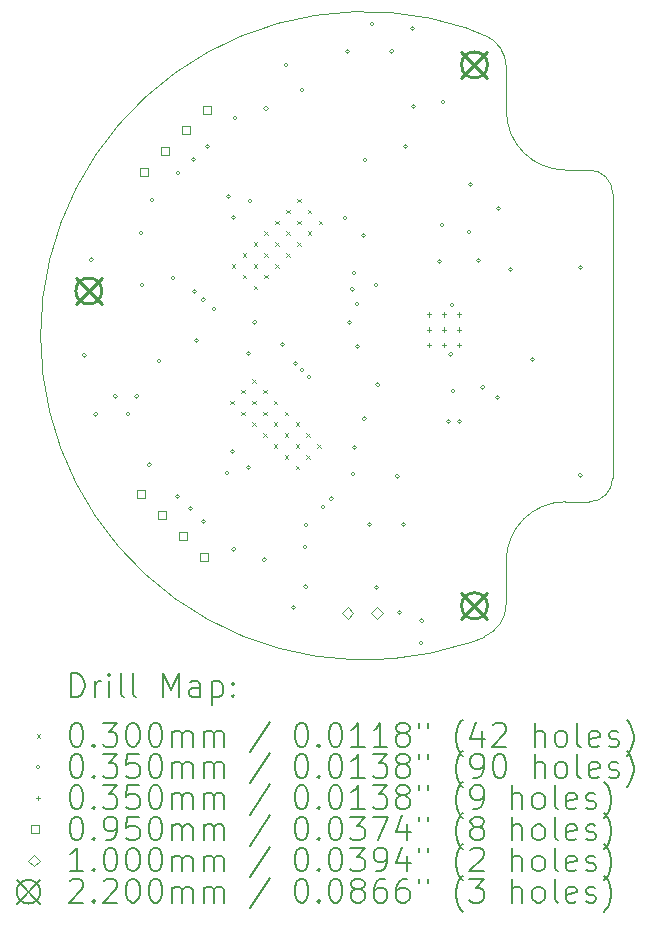
<source format=gbr>
%TF.GenerationSoftware,KiCad,Pcbnew,7.0.8-7.0.8~ubuntu22.04.1*%
%TF.CreationDate,2023-10-24T23:54:45-07:00*%
%TF.ProjectId,tentacle-board,74656e74-6163-46c6-952d-626f6172642e,REV1*%
%TF.SameCoordinates,Original*%
%TF.FileFunction,Drillmap*%
%TF.FilePolarity,Positive*%
%FSLAX45Y45*%
G04 Gerber Fmt 4.5, Leading zero omitted, Abs format (unit mm)*
G04 Created by KiCad (PCBNEW 7.0.8-7.0.8~ubuntu22.04.1) date 2023-10-24 23:54:45*
%MOMM*%
%LPD*%
G01*
G04 APERTURE LIST*
%ADD10C,0.050000*%
%ADD11C,0.200000*%
%ADD12C,0.030000*%
%ADD13C,0.035000*%
%ADD14C,0.095000*%
%ADD15C,0.100000*%
%ADD16C,0.220000*%
G04 APERTURE END LIST*
D10*
X13074000Y-7465000D02*
X13074000Y-7099257D01*
X13073020Y-11274550D02*
X13073020Y-11638640D01*
X12882879Y-11917801D02*
G75*
G03*
X13073020Y-11638640I-109859J279161D01*
G01*
X13974000Y-10574775D02*
X13974000Y-8165000D01*
X13774000Y-7965000D02*
X13574000Y-7965000D01*
X12882879Y-11917801D02*
X12743250Y-11972750D01*
X13573581Y-10774550D02*
G75*
G03*
X13073020Y-11274550I-562J-500000D01*
G01*
X12744000Y-6765000D02*
G75*
G03*
X12743250Y-11972750I-868750J-2603750D01*
G01*
X13073993Y-7099257D02*
G75*
G03*
X12883957Y-6820135I-299993J7D01*
G01*
X12883957Y-6820135D02*
X12744000Y-6765000D01*
X13074000Y-7465000D02*
G75*
G03*
X13574000Y-7965000I500000J0D01*
G01*
X13974000Y-8165000D02*
G75*
G03*
X13774000Y-7965000I-200000J0D01*
G01*
X13773775Y-10774770D02*
G75*
G03*
X13974000Y-10574775I235J199990D01*
G01*
X13773775Y-10774775D02*
X13573581Y-10774550D01*
D11*
D12*
X10737416Y-9919032D02*
X10767416Y-9949032D01*
X10767416Y-9919032D02*
X10737416Y-9949032D01*
X10749791Y-8761145D02*
X10779791Y-8791145D01*
X10779791Y-8761145D02*
X10749791Y-8791145D01*
X10829340Y-9827108D02*
X10859340Y-9857108D01*
X10859340Y-9827108D02*
X10829340Y-9857108D01*
X10829340Y-10010956D02*
X10859340Y-10040956D01*
X10859340Y-10010956D02*
X10829340Y-10040956D01*
X10841715Y-8669221D02*
X10871715Y-8699221D01*
X10871715Y-8669221D02*
X10841715Y-8699221D01*
X10841715Y-8853069D02*
X10871715Y-8883069D01*
X10871715Y-8853069D02*
X10841715Y-8883069D01*
X10921264Y-9735184D02*
X10951264Y-9765184D01*
X10951264Y-9735184D02*
X10921264Y-9765184D01*
X10921264Y-9919032D02*
X10951264Y-9949032D01*
X10951264Y-9919032D02*
X10921264Y-9949032D01*
X10921264Y-10102880D02*
X10951264Y-10132880D01*
X10951264Y-10102880D02*
X10921264Y-10132880D01*
X10933639Y-8577297D02*
X10963639Y-8607297D01*
X10963639Y-8577297D02*
X10933639Y-8607297D01*
X10933639Y-8761145D02*
X10963639Y-8791145D01*
X10963639Y-8761145D02*
X10933639Y-8791145D01*
X10933639Y-8944993D02*
X10963639Y-8974993D01*
X10963639Y-8944993D02*
X10933639Y-8974993D01*
X11013188Y-9827108D02*
X11043188Y-9857108D01*
X11043188Y-9827108D02*
X11013188Y-9857108D01*
X11013188Y-10010956D02*
X11043188Y-10040956D01*
X11043188Y-10010956D02*
X11013188Y-10040956D01*
X11013188Y-10194803D02*
X11043188Y-10224803D01*
X11043188Y-10194803D02*
X11013188Y-10224803D01*
X11025563Y-8485373D02*
X11055563Y-8515373D01*
X11055563Y-8485373D02*
X11025563Y-8515373D01*
X11025563Y-8669221D02*
X11055563Y-8699221D01*
X11055563Y-8669221D02*
X11025563Y-8699221D01*
X11025563Y-8853069D02*
X11055563Y-8883069D01*
X11055563Y-8853069D02*
X11025563Y-8883069D01*
X11105112Y-9919032D02*
X11135112Y-9949032D01*
X11135112Y-9919032D02*
X11105112Y-9949032D01*
X11105112Y-10102880D02*
X11135112Y-10132880D01*
X11135112Y-10102880D02*
X11105112Y-10132880D01*
X11105112Y-10286727D02*
X11135112Y-10316727D01*
X11135112Y-10286727D02*
X11105112Y-10316727D01*
X11117486Y-8393450D02*
X11147486Y-8423450D01*
X11147486Y-8393450D02*
X11117486Y-8423450D01*
X11117486Y-8577297D02*
X11147486Y-8607297D01*
X11147486Y-8577297D02*
X11117486Y-8607297D01*
X11117486Y-8761145D02*
X11147486Y-8791145D01*
X11147486Y-8761145D02*
X11117486Y-8791145D01*
X11197036Y-10010956D02*
X11227036Y-10040956D01*
X11227036Y-10010956D02*
X11197036Y-10040956D01*
X11197036Y-10194803D02*
X11227036Y-10224803D01*
X11227036Y-10194803D02*
X11197036Y-10224803D01*
X11197036Y-10378651D02*
X11227036Y-10408651D01*
X11227036Y-10378651D02*
X11197036Y-10408651D01*
X11209410Y-8301526D02*
X11239410Y-8331526D01*
X11239410Y-8301526D02*
X11209410Y-8331526D01*
X11209410Y-8485373D02*
X11239410Y-8515373D01*
X11239410Y-8485373D02*
X11209410Y-8515373D01*
X11209410Y-8669221D02*
X11239410Y-8699221D01*
X11239410Y-8669221D02*
X11209410Y-8699221D01*
X11288959Y-10102880D02*
X11318959Y-10132880D01*
X11318959Y-10102880D02*
X11288959Y-10132880D01*
X11288959Y-10286727D02*
X11318959Y-10316727D01*
X11318959Y-10286727D02*
X11288959Y-10316727D01*
X11288959Y-10470575D02*
X11318959Y-10500575D01*
X11318959Y-10470575D02*
X11288959Y-10500575D01*
X11301334Y-8209602D02*
X11331334Y-8239602D01*
X11331334Y-8209602D02*
X11301334Y-8239602D01*
X11301334Y-8393450D02*
X11331334Y-8423450D01*
X11331334Y-8393450D02*
X11301334Y-8423450D01*
X11301334Y-8577297D02*
X11331334Y-8607297D01*
X11331334Y-8577297D02*
X11301334Y-8607297D01*
X11380883Y-10194803D02*
X11410883Y-10224803D01*
X11410883Y-10194803D02*
X11380883Y-10224803D01*
X11380883Y-10378651D02*
X11410883Y-10408651D01*
X11410883Y-10378651D02*
X11380883Y-10408651D01*
X11393258Y-8301526D02*
X11423258Y-8331526D01*
X11423258Y-8301526D02*
X11393258Y-8331526D01*
X11393258Y-8485373D02*
X11423258Y-8515373D01*
X11423258Y-8485373D02*
X11393258Y-8515373D01*
X11472807Y-10286727D02*
X11502807Y-10316727D01*
X11502807Y-10286727D02*
X11472807Y-10316727D01*
X11485182Y-8393450D02*
X11515182Y-8423450D01*
X11515182Y-8393450D02*
X11485182Y-8423450D01*
D13*
X9516500Y-9535000D02*
G75*
G03*
X9516500Y-9535000I-17500J0D01*
G01*
X9576500Y-8725000D02*
G75*
G03*
X9576500Y-8725000I-17500J0D01*
G01*
X9616500Y-10035000D02*
G75*
G03*
X9616500Y-10035000I-17500J0D01*
G01*
X9781500Y-9880000D02*
G75*
G03*
X9781500Y-9880000I-17500J0D01*
G01*
X9886500Y-10030000D02*
G75*
G03*
X9886500Y-10030000I-17500J0D01*
G01*
X9961500Y-9880000D02*
G75*
G03*
X9961500Y-9880000I-17500J0D01*
G01*
X9996500Y-8500000D02*
G75*
G03*
X9996500Y-8500000I-17500J0D01*
G01*
X10006500Y-8940000D02*
G75*
G03*
X10006500Y-8940000I-17500J0D01*
G01*
X10066500Y-10460000D02*
G75*
G03*
X10066500Y-10460000I-17500J0D01*
G01*
X10091500Y-8220000D02*
G75*
G03*
X10091500Y-8220000I-17500J0D01*
G01*
X10151500Y-9585000D02*
G75*
G03*
X10151500Y-9585000I-17500J0D01*
G01*
X10266500Y-8880000D02*
G75*
G03*
X10266500Y-8880000I-17500J0D01*
G01*
X10306500Y-10730000D02*
G75*
G03*
X10306500Y-10730000I-17500J0D01*
G01*
X10311500Y-7990000D02*
G75*
G03*
X10311500Y-7990000I-17500J0D01*
G01*
X10416500Y-10830000D02*
G75*
G03*
X10416500Y-10830000I-17500J0D01*
G01*
X10441500Y-7875000D02*
G75*
G03*
X10441500Y-7875000I-17500J0D01*
G01*
X10449950Y-8995347D02*
G75*
G03*
X10449950Y-8995347I-17500J0D01*
G01*
X10466500Y-9410000D02*
G75*
G03*
X10466500Y-9410000I-17500J0D01*
G01*
X10524196Y-9062522D02*
G75*
G03*
X10524196Y-9062522I-17500J0D01*
G01*
X10526500Y-10940000D02*
G75*
G03*
X10526500Y-10940000I-17500J0D01*
G01*
X10561500Y-7765000D02*
G75*
G03*
X10561500Y-7765000I-17500J0D01*
G01*
X10616500Y-9140000D02*
G75*
G03*
X10616500Y-9140000I-17500J0D01*
G01*
X10726500Y-10530000D02*
G75*
G03*
X10726500Y-10530000I-17500J0D01*
G01*
X10741500Y-8190000D02*
G75*
G03*
X10741500Y-8190000I-17500J0D01*
G01*
X10773452Y-10347689D02*
G75*
G03*
X10773452Y-10347689I-17500J0D01*
G01*
X10781500Y-11175000D02*
G75*
G03*
X10781500Y-11175000I-17500J0D01*
G01*
X10782289Y-8366023D02*
G75*
G03*
X10782289Y-8366023I-17500J0D01*
G01*
X10796500Y-7525000D02*
G75*
G03*
X10796500Y-7525000I-17500J0D01*
G01*
X10906500Y-9520000D02*
G75*
G03*
X10906500Y-9520000I-17500J0D01*
G01*
X10909442Y-10483865D02*
G75*
G03*
X10909442Y-10483865I-17500J0D01*
G01*
X10920175Y-8228136D02*
G75*
G03*
X10920175Y-8228136I-17500J0D01*
G01*
X10961500Y-9255000D02*
G75*
G03*
X10961500Y-9255000I-17500J0D01*
G01*
X11041500Y-11265000D02*
G75*
G03*
X11041500Y-11265000I-17500J0D01*
G01*
X11056500Y-7445000D02*
G75*
G03*
X11056500Y-7445000I-17500J0D01*
G01*
X11196500Y-9440000D02*
G75*
G03*
X11196500Y-9440000I-17500J0D01*
G01*
X11226500Y-7075000D02*
G75*
G03*
X11226500Y-7075000I-17500J0D01*
G01*
X11286500Y-11670000D02*
G75*
G03*
X11286500Y-11670000I-17500J0D01*
G01*
X11309512Y-9603890D02*
G75*
G03*
X11309512Y-9603890I-17500J0D01*
G01*
X11361500Y-7285000D02*
G75*
G03*
X11361500Y-7285000I-17500J0D01*
G01*
X11364462Y-9658840D02*
G75*
G03*
X11364462Y-9658840I-17500J0D01*
G01*
X11386500Y-11160000D02*
G75*
G03*
X11386500Y-11160000I-17500J0D01*
G01*
X11391500Y-11495000D02*
G75*
G03*
X11391500Y-11495000I-17500J0D01*
G01*
X11396500Y-10970000D02*
G75*
G03*
X11396500Y-10970000I-17500J0D01*
G01*
X11419412Y-9717912D02*
G75*
G03*
X11419412Y-9717912I-17500J0D01*
G01*
X11538895Y-10819683D02*
G75*
G03*
X11538895Y-10819683I-17500J0D01*
G01*
X11609605Y-10748972D02*
G75*
G03*
X11609605Y-10748972I-17500J0D01*
G01*
X11726500Y-8370000D02*
G75*
G03*
X11726500Y-8370000I-17500J0D01*
G01*
X11746500Y-6960000D02*
G75*
G03*
X11746500Y-6960000I-17500J0D01*
G01*
X11761500Y-9255000D02*
G75*
G03*
X11761500Y-9255000I-17500J0D01*
G01*
X11786500Y-8975000D02*
G75*
G03*
X11786500Y-8975000I-17500J0D01*
G01*
X11791500Y-10540000D02*
G75*
G03*
X11791500Y-10540000I-17500J0D01*
G01*
X11801500Y-8835000D02*
G75*
G03*
X11801500Y-8835000I-17500J0D01*
G01*
X11806500Y-10315000D02*
G75*
G03*
X11806500Y-10315000I-17500J0D01*
G01*
X11826500Y-9100000D02*
G75*
G03*
X11826500Y-9100000I-17500J0D01*
G01*
X11831500Y-9460000D02*
G75*
G03*
X11831500Y-9460000I-17500J0D01*
G01*
X11878950Y-8520000D02*
G75*
G03*
X11878950Y-8520000I-17500J0D01*
G01*
X11886500Y-10070000D02*
G75*
G03*
X11886500Y-10070000I-17500J0D01*
G01*
X11896500Y-7880000D02*
G75*
G03*
X11896500Y-7880000I-17500J0D01*
G01*
X11931500Y-10965000D02*
G75*
G03*
X11931500Y-10965000I-17500J0D01*
G01*
X11956500Y-6730000D02*
G75*
G03*
X11956500Y-6730000I-17500J0D01*
G01*
X11986500Y-8940000D02*
G75*
G03*
X11986500Y-8940000I-17500J0D01*
G01*
X11991500Y-11500000D02*
G75*
G03*
X11991500Y-11500000I-17500J0D01*
G01*
X12001500Y-9785000D02*
G75*
G03*
X12001500Y-9785000I-17500J0D01*
G01*
X12121500Y-6960000D02*
G75*
G03*
X12121500Y-6960000I-17500J0D01*
G01*
X12166500Y-10560000D02*
G75*
G03*
X12166500Y-10560000I-17500J0D01*
G01*
X12186500Y-11715000D02*
G75*
G03*
X12186500Y-11715000I-17500J0D01*
G01*
X12221500Y-10965000D02*
G75*
G03*
X12221500Y-10965000I-17500J0D01*
G01*
X12236500Y-7765000D02*
G75*
G03*
X12236500Y-7765000I-17500J0D01*
G01*
X12296500Y-6770000D02*
G75*
G03*
X12296500Y-6770000I-17500J0D01*
G01*
X12306500Y-7430000D02*
G75*
G03*
X12306500Y-7430000I-17500J0D01*
G01*
X12366500Y-11970000D02*
G75*
G03*
X12366500Y-11970000I-17500J0D01*
G01*
X12376500Y-11780000D02*
G75*
G03*
X12376500Y-11780000I-17500J0D01*
G01*
X12528950Y-8740000D02*
G75*
G03*
X12528950Y-8740000I-17500J0D01*
G01*
X12546500Y-8430000D02*
G75*
G03*
X12546500Y-8430000I-17500J0D01*
G01*
X12556500Y-7390000D02*
G75*
G03*
X12556500Y-7390000I-17500J0D01*
G01*
X12599599Y-10094449D02*
G75*
G03*
X12599599Y-10094449I-17500J0D01*
G01*
X12621497Y-9526250D02*
G75*
G03*
X12621497Y-9526250I-17500J0D01*
G01*
X12631500Y-9106250D02*
G75*
G03*
X12631500Y-9106250I-17500J0D01*
G01*
X12641500Y-9836250D02*
G75*
G03*
X12641500Y-9836250I-17500J0D01*
G01*
X12696500Y-10095000D02*
G75*
G03*
X12696500Y-10095000I-17500J0D01*
G01*
X12776500Y-8490000D02*
G75*
G03*
X12776500Y-8490000I-17500J0D01*
G01*
X12786500Y-8090000D02*
G75*
G03*
X12786500Y-8090000I-17500J0D01*
G01*
X12856500Y-8730000D02*
G75*
G03*
X12856500Y-8730000I-17500J0D01*
G01*
X12891431Y-9805069D02*
G75*
G03*
X12891431Y-9805069I-17500J0D01*
G01*
X13016500Y-9890000D02*
G75*
G03*
X13016500Y-9890000I-17500J0D01*
G01*
X13026500Y-8290000D02*
G75*
G03*
X13026500Y-8290000I-17500J0D01*
G01*
X13126500Y-8805000D02*
G75*
G03*
X13126500Y-8805000I-17500J0D01*
G01*
X13315000Y-9570000D02*
G75*
G03*
X13315000Y-9570000I-17500J0D01*
G01*
X13716500Y-8790000D02*
G75*
G03*
X13716500Y-8790000I-17500J0D01*
G01*
X13716500Y-10550000D02*
G75*
G03*
X13716500Y-10550000I-17500J0D01*
G01*
X12416500Y-9171250D02*
X12416500Y-9206250D01*
X12399000Y-9188750D02*
X12434000Y-9188750D01*
X12416500Y-9298750D02*
X12416500Y-9333750D01*
X12399000Y-9316250D02*
X12434000Y-9316250D01*
X12416500Y-9426250D02*
X12416500Y-9461250D01*
X12399000Y-9443750D02*
X12434000Y-9443750D01*
X12544000Y-9171250D02*
X12544000Y-9206250D01*
X12526500Y-9188750D02*
X12561500Y-9188750D01*
X12544000Y-9298750D02*
X12544000Y-9333750D01*
X12526500Y-9316250D02*
X12561500Y-9316250D01*
X12544000Y-9426250D02*
X12544000Y-9461250D01*
X12526500Y-9443750D02*
X12561500Y-9443750D01*
X12671500Y-9171250D02*
X12671500Y-9206250D01*
X12654000Y-9188750D02*
X12689000Y-9188750D01*
X12671500Y-9298750D02*
X12671500Y-9333750D01*
X12654000Y-9316250D02*
X12689000Y-9316250D01*
X12671500Y-9426250D02*
X12671500Y-9461250D01*
X12654000Y-9443750D02*
X12689000Y-9443750D01*
D14*
X10015258Y-10745437D02*
X10015258Y-10678261D01*
X9948082Y-10678261D01*
X9948082Y-10745437D01*
X10015258Y-10745437D01*
X10041774Y-8017774D02*
X10041774Y-7950598D01*
X9974598Y-7950598D01*
X9974598Y-8017774D01*
X10041774Y-8017774D01*
X10192034Y-10922214D02*
X10192034Y-10855038D01*
X10124859Y-10855038D01*
X10124859Y-10922214D01*
X10192034Y-10922214D01*
X10218551Y-7840997D02*
X10218551Y-7773821D01*
X10151375Y-7773821D01*
X10151375Y-7840997D01*
X10218551Y-7840997D01*
X10368811Y-11098991D02*
X10368811Y-11031815D01*
X10301635Y-11031815D01*
X10301635Y-11098991D01*
X10368811Y-11098991D01*
X10395327Y-7664220D02*
X10395327Y-7597045D01*
X10328151Y-7597045D01*
X10328151Y-7664220D01*
X10395327Y-7664220D01*
X10545588Y-11275767D02*
X10545588Y-11208591D01*
X10478412Y-11208591D01*
X10478412Y-11275767D01*
X10545588Y-11275767D01*
X10572104Y-7487444D02*
X10572104Y-7420268D01*
X10504928Y-7420268D01*
X10504928Y-7487444D01*
X10572104Y-7487444D01*
D15*
X11729000Y-11765000D02*
X11779000Y-11715000D01*
X11729000Y-11665000D01*
X11679000Y-11715000D01*
X11729000Y-11765000D01*
X11979000Y-11765000D02*
X12029000Y-11715000D01*
X11979000Y-11665000D01*
X11929000Y-11715000D01*
X11979000Y-11765000D01*
D16*
X9429000Y-8880000D02*
X9649000Y-9100000D01*
X9649000Y-8880000D02*
X9429000Y-9100000D01*
X9649000Y-8990000D02*
G75*
G03*
X9649000Y-8990000I-110000J0D01*
G01*
X12694000Y-6965000D02*
X12914000Y-7185000D01*
X12914000Y-6965000D02*
X12694000Y-7185000D01*
X12914000Y-7075000D02*
G75*
G03*
X12914000Y-7075000I-110000J0D01*
G01*
X12694000Y-11545000D02*
X12914000Y-11765000D01*
X12914000Y-11545000D02*
X12694000Y-11765000D01*
X12914000Y-11655000D02*
G75*
G03*
X12914000Y-11655000I-110000J0D01*
G01*
D11*
X9388670Y-12427591D02*
X9388670Y-12227591D01*
X9388670Y-12227591D02*
X9436289Y-12227591D01*
X9436289Y-12227591D02*
X9464860Y-12237115D01*
X9464860Y-12237115D02*
X9483908Y-12256162D01*
X9483908Y-12256162D02*
X9493432Y-12275210D01*
X9493432Y-12275210D02*
X9502955Y-12313305D01*
X9502955Y-12313305D02*
X9502955Y-12341877D01*
X9502955Y-12341877D02*
X9493432Y-12379972D01*
X9493432Y-12379972D02*
X9483908Y-12399019D01*
X9483908Y-12399019D02*
X9464860Y-12418067D01*
X9464860Y-12418067D02*
X9436289Y-12427591D01*
X9436289Y-12427591D02*
X9388670Y-12427591D01*
X9588670Y-12427591D02*
X9588670Y-12294257D01*
X9588670Y-12332353D02*
X9598194Y-12313305D01*
X9598194Y-12313305D02*
X9607717Y-12303781D01*
X9607717Y-12303781D02*
X9626765Y-12294257D01*
X9626765Y-12294257D02*
X9645813Y-12294257D01*
X9712479Y-12427591D02*
X9712479Y-12294257D01*
X9712479Y-12227591D02*
X9702955Y-12237115D01*
X9702955Y-12237115D02*
X9712479Y-12246638D01*
X9712479Y-12246638D02*
X9722003Y-12237115D01*
X9722003Y-12237115D02*
X9712479Y-12227591D01*
X9712479Y-12227591D02*
X9712479Y-12246638D01*
X9836289Y-12427591D02*
X9817241Y-12418067D01*
X9817241Y-12418067D02*
X9807717Y-12399019D01*
X9807717Y-12399019D02*
X9807717Y-12227591D01*
X9941051Y-12427591D02*
X9922003Y-12418067D01*
X9922003Y-12418067D02*
X9912479Y-12399019D01*
X9912479Y-12399019D02*
X9912479Y-12227591D01*
X10169622Y-12427591D02*
X10169622Y-12227591D01*
X10169622Y-12227591D02*
X10236289Y-12370448D01*
X10236289Y-12370448D02*
X10302955Y-12227591D01*
X10302955Y-12227591D02*
X10302955Y-12427591D01*
X10483908Y-12427591D02*
X10483908Y-12322829D01*
X10483908Y-12322829D02*
X10474384Y-12303781D01*
X10474384Y-12303781D02*
X10455336Y-12294257D01*
X10455336Y-12294257D02*
X10417241Y-12294257D01*
X10417241Y-12294257D02*
X10398194Y-12303781D01*
X10483908Y-12418067D02*
X10464860Y-12427591D01*
X10464860Y-12427591D02*
X10417241Y-12427591D01*
X10417241Y-12427591D02*
X10398194Y-12418067D01*
X10398194Y-12418067D02*
X10388670Y-12399019D01*
X10388670Y-12399019D02*
X10388670Y-12379972D01*
X10388670Y-12379972D02*
X10398194Y-12360924D01*
X10398194Y-12360924D02*
X10417241Y-12351400D01*
X10417241Y-12351400D02*
X10464860Y-12351400D01*
X10464860Y-12351400D02*
X10483908Y-12341877D01*
X10579146Y-12294257D02*
X10579146Y-12494257D01*
X10579146Y-12303781D02*
X10598194Y-12294257D01*
X10598194Y-12294257D02*
X10636289Y-12294257D01*
X10636289Y-12294257D02*
X10655336Y-12303781D01*
X10655336Y-12303781D02*
X10664860Y-12313305D01*
X10664860Y-12313305D02*
X10674384Y-12332353D01*
X10674384Y-12332353D02*
X10674384Y-12389496D01*
X10674384Y-12389496D02*
X10664860Y-12408543D01*
X10664860Y-12408543D02*
X10655336Y-12418067D01*
X10655336Y-12418067D02*
X10636289Y-12427591D01*
X10636289Y-12427591D02*
X10598194Y-12427591D01*
X10598194Y-12427591D02*
X10579146Y-12418067D01*
X10760098Y-12408543D02*
X10769622Y-12418067D01*
X10769622Y-12418067D02*
X10760098Y-12427591D01*
X10760098Y-12427591D02*
X10750575Y-12418067D01*
X10750575Y-12418067D02*
X10760098Y-12408543D01*
X10760098Y-12408543D02*
X10760098Y-12427591D01*
X10760098Y-12303781D02*
X10769622Y-12313305D01*
X10769622Y-12313305D02*
X10760098Y-12322829D01*
X10760098Y-12322829D02*
X10750575Y-12313305D01*
X10750575Y-12313305D02*
X10760098Y-12303781D01*
X10760098Y-12303781D02*
X10760098Y-12322829D01*
D12*
X9097893Y-12741107D02*
X9127893Y-12771107D01*
X9127893Y-12741107D02*
X9097893Y-12771107D01*
D11*
X9426765Y-12647591D02*
X9445813Y-12647591D01*
X9445813Y-12647591D02*
X9464860Y-12657115D01*
X9464860Y-12657115D02*
X9474384Y-12666638D01*
X9474384Y-12666638D02*
X9483908Y-12685686D01*
X9483908Y-12685686D02*
X9493432Y-12723781D01*
X9493432Y-12723781D02*
X9493432Y-12771400D01*
X9493432Y-12771400D02*
X9483908Y-12809496D01*
X9483908Y-12809496D02*
X9474384Y-12828543D01*
X9474384Y-12828543D02*
X9464860Y-12838067D01*
X9464860Y-12838067D02*
X9445813Y-12847591D01*
X9445813Y-12847591D02*
X9426765Y-12847591D01*
X9426765Y-12847591D02*
X9407717Y-12838067D01*
X9407717Y-12838067D02*
X9398194Y-12828543D01*
X9398194Y-12828543D02*
X9388670Y-12809496D01*
X9388670Y-12809496D02*
X9379146Y-12771400D01*
X9379146Y-12771400D02*
X9379146Y-12723781D01*
X9379146Y-12723781D02*
X9388670Y-12685686D01*
X9388670Y-12685686D02*
X9398194Y-12666638D01*
X9398194Y-12666638D02*
X9407717Y-12657115D01*
X9407717Y-12657115D02*
X9426765Y-12647591D01*
X9579146Y-12828543D02*
X9588670Y-12838067D01*
X9588670Y-12838067D02*
X9579146Y-12847591D01*
X9579146Y-12847591D02*
X9569622Y-12838067D01*
X9569622Y-12838067D02*
X9579146Y-12828543D01*
X9579146Y-12828543D02*
X9579146Y-12847591D01*
X9655336Y-12647591D02*
X9779146Y-12647591D01*
X9779146Y-12647591D02*
X9712479Y-12723781D01*
X9712479Y-12723781D02*
X9741051Y-12723781D01*
X9741051Y-12723781D02*
X9760098Y-12733305D01*
X9760098Y-12733305D02*
X9769622Y-12742829D01*
X9769622Y-12742829D02*
X9779146Y-12761877D01*
X9779146Y-12761877D02*
X9779146Y-12809496D01*
X9779146Y-12809496D02*
X9769622Y-12828543D01*
X9769622Y-12828543D02*
X9760098Y-12838067D01*
X9760098Y-12838067D02*
X9741051Y-12847591D01*
X9741051Y-12847591D02*
X9683908Y-12847591D01*
X9683908Y-12847591D02*
X9664860Y-12838067D01*
X9664860Y-12838067D02*
X9655336Y-12828543D01*
X9902955Y-12647591D02*
X9922003Y-12647591D01*
X9922003Y-12647591D02*
X9941051Y-12657115D01*
X9941051Y-12657115D02*
X9950575Y-12666638D01*
X9950575Y-12666638D02*
X9960098Y-12685686D01*
X9960098Y-12685686D02*
X9969622Y-12723781D01*
X9969622Y-12723781D02*
X9969622Y-12771400D01*
X9969622Y-12771400D02*
X9960098Y-12809496D01*
X9960098Y-12809496D02*
X9950575Y-12828543D01*
X9950575Y-12828543D02*
X9941051Y-12838067D01*
X9941051Y-12838067D02*
X9922003Y-12847591D01*
X9922003Y-12847591D02*
X9902955Y-12847591D01*
X9902955Y-12847591D02*
X9883908Y-12838067D01*
X9883908Y-12838067D02*
X9874384Y-12828543D01*
X9874384Y-12828543D02*
X9864860Y-12809496D01*
X9864860Y-12809496D02*
X9855336Y-12771400D01*
X9855336Y-12771400D02*
X9855336Y-12723781D01*
X9855336Y-12723781D02*
X9864860Y-12685686D01*
X9864860Y-12685686D02*
X9874384Y-12666638D01*
X9874384Y-12666638D02*
X9883908Y-12657115D01*
X9883908Y-12657115D02*
X9902955Y-12647591D01*
X10093432Y-12647591D02*
X10112479Y-12647591D01*
X10112479Y-12647591D02*
X10131527Y-12657115D01*
X10131527Y-12657115D02*
X10141051Y-12666638D01*
X10141051Y-12666638D02*
X10150575Y-12685686D01*
X10150575Y-12685686D02*
X10160098Y-12723781D01*
X10160098Y-12723781D02*
X10160098Y-12771400D01*
X10160098Y-12771400D02*
X10150575Y-12809496D01*
X10150575Y-12809496D02*
X10141051Y-12828543D01*
X10141051Y-12828543D02*
X10131527Y-12838067D01*
X10131527Y-12838067D02*
X10112479Y-12847591D01*
X10112479Y-12847591D02*
X10093432Y-12847591D01*
X10093432Y-12847591D02*
X10074384Y-12838067D01*
X10074384Y-12838067D02*
X10064860Y-12828543D01*
X10064860Y-12828543D02*
X10055336Y-12809496D01*
X10055336Y-12809496D02*
X10045813Y-12771400D01*
X10045813Y-12771400D02*
X10045813Y-12723781D01*
X10045813Y-12723781D02*
X10055336Y-12685686D01*
X10055336Y-12685686D02*
X10064860Y-12666638D01*
X10064860Y-12666638D02*
X10074384Y-12657115D01*
X10074384Y-12657115D02*
X10093432Y-12647591D01*
X10245813Y-12847591D02*
X10245813Y-12714257D01*
X10245813Y-12733305D02*
X10255336Y-12723781D01*
X10255336Y-12723781D02*
X10274384Y-12714257D01*
X10274384Y-12714257D02*
X10302956Y-12714257D01*
X10302956Y-12714257D02*
X10322003Y-12723781D01*
X10322003Y-12723781D02*
X10331527Y-12742829D01*
X10331527Y-12742829D02*
X10331527Y-12847591D01*
X10331527Y-12742829D02*
X10341051Y-12723781D01*
X10341051Y-12723781D02*
X10360098Y-12714257D01*
X10360098Y-12714257D02*
X10388670Y-12714257D01*
X10388670Y-12714257D02*
X10407717Y-12723781D01*
X10407717Y-12723781D02*
X10417241Y-12742829D01*
X10417241Y-12742829D02*
X10417241Y-12847591D01*
X10512479Y-12847591D02*
X10512479Y-12714257D01*
X10512479Y-12733305D02*
X10522003Y-12723781D01*
X10522003Y-12723781D02*
X10541051Y-12714257D01*
X10541051Y-12714257D02*
X10569622Y-12714257D01*
X10569622Y-12714257D02*
X10588670Y-12723781D01*
X10588670Y-12723781D02*
X10598194Y-12742829D01*
X10598194Y-12742829D02*
X10598194Y-12847591D01*
X10598194Y-12742829D02*
X10607717Y-12723781D01*
X10607717Y-12723781D02*
X10626765Y-12714257D01*
X10626765Y-12714257D02*
X10655336Y-12714257D01*
X10655336Y-12714257D02*
X10674384Y-12723781D01*
X10674384Y-12723781D02*
X10683908Y-12742829D01*
X10683908Y-12742829D02*
X10683908Y-12847591D01*
X11074384Y-12638067D02*
X10902956Y-12895210D01*
X11331527Y-12647591D02*
X11350575Y-12647591D01*
X11350575Y-12647591D02*
X11369622Y-12657115D01*
X11369622Y-12657115D02*
X11379146Y-12666638D01*
X11379146Y-12666638D02*
X11388670Y-12685686D01*
X11388670Y-12685686D02*
X11398194Y-12723781D01*
X11398194Y-12723781D02*
X11398194Y-12771400D01*
X11398194Y-12771400D02*
X11388670Y-12809496D01*
X11388670Y-12809496D02*
X11379146Y-12828543D01*
X11379146Y-12828543D02*
X11369622Y-12838067D01*
X11369622Y-12838067D02*
X11350575Y-12847591D01*
X11350575Y-12847591D02*
X11331527Y-12847591D01*
X11331527Y-12847591D02*
X11312479Y-12838067D01*
X11312479Y-12838067D02*
X11302956Y-12828543D01*
X11302956Y-12828543D02*
X11293432Y-12809496D01*
X11293432Y-12809496D02*
X11283908Y-12771400D01*
X11283908Y-12771400D02*
X11283908Y-12723781D01*
X11283908Y-12723781D02*
X11293432Y-12685686D01*
X11293432Y-12685686D02*
X11302956Y-12666638D01*
X11302956Y-12666638D02*
X11312479Y-12657115D01*
X11312479Y-12657115D02*
X11331527Y-12647591D01*
X11483908Y-12828543D02*
X11493432Y-12838067D01*
X11493432Y-12838067D02*
X11483908Y-12847591D01*
X11483908Y-12847591D02*
X11474384Y-12838067D01*
X11474384Y-12838067D02*
X11483908Y-12828543D01*
X11483908Y-12828543D02*
X11483908Y-12847591D01*
X11617241Y-12647591D02*
X11636289Y-12647591D01*
X11636289Y-12647591D02*
X11655337Y-12657115D01*
X11655337Y-12657115D02*
X11664860Y-12666638D01*
X11664860Y-12666638D02*
X11674384Y-12685686D01*
X11674384Y-12685686D02*
X11683908Y-12723781D01*
X11683908Y-12723781D02*
X11683908Y-12771400D01*
X11683908Y-12771400D02*
X11674384Y-12809496D01*
X11674384Y-12809496D02*
X11664860Y-12828543D01*
X11664860Y-12828543D02*
X11655337Y-12838067D01*
X11655337Y-12838067D02*
X11636289Y-12847591D01*
X11636289Y-12847591D02*
X11617241Y-12847591D01*
X11617241Y-12847591D02*
X11598194Y-12838067D01*
X11598194Y-12838067D02*
X11588670Y-12828543D01*
X11588670Y-12828543D02*
X11579146Y-12809496D01*
X11579146Y-12809496D02*
X11569622Y-12771400D01*
X11569622Y-12771400D02*
X11569622Y-12723781D01*
X11569622Y-12723781D02*
X11579146Y-12685686D01*
X11579146Y-12685686D02*
X11588670Y-12666638D01*
X11588670Y-12666638D02*
X11598194Y-12657115D01*
X11598194Y-12657115D02*
X11617241Y-12647591D01*
X11874384Y-12847591D02*
X11760098Y-12847591D01*
X11817241Y-12847591D02*
X11817241Y-12647591D01*
X11817241Y-12647591D02*
X11798194Y-12676162D01*
X11798194Y-12676162D02*
X11779146Y-12695210D01*
X11779146Y-12695210D02*
X11760098Y-12704734D01*
X12064860Y-12847591D02*
X11950575Y-12847591D01*
X12007717Y-12847591D02*
X12007717Y-12647591D01*
X12007717Y-12647591D02*
X11988670Y-12676162D01*
X11988670Y-12676162D02*
X11969622Y-12695210D01*
X11969622Y-12695210D02*
X11950575Y-12704734D01*
X12179146Y-12733305D02*
X12160098Y-12723781D01*
X12160098Y-12723781D02*
X12150575Y-12714257D01*
X12150575Y-12714257D02*
X12141051Y-12695210D01*
X12141051Y-12695210D02*
X12141051Y-12685686D01*
X12141051Y-12685686D02*
X12150575Y-12666638D01*
X12150575Y-12666638D02*
X12160098Y-12657115D01*
X12160098Y-12657115D02*
X12179146Y-12647591D01*
X12179146Y-12647591D02*
X12217241Y-12647591D01*
X12217241Y-12647591D02*
X12236289Y-12657115D01*
X12236289Y-12657115D02*
X12245813Y-12666638D01*
X12245813Y-12666638D02*
X12255337Y-12685686D01*
X12255337Y-12685686D02*
X12255337Y-12695210D01*
X12255337Y-12695210D02*
X12245813Y-12714257D01*
X12245813Y-12714257D02*
X12236289Y-12723781D01*
X12236289Y-12723781D02*
X12217241Y-12733305D01*
X12217241Y-12733305D02*
X12179146Y-12733305D01*
X12179146Y-12733305D02*
X12160098Y-12742829D01*
X12160098Y-12742829D02*
X12150575Y-12752353D01*
X12150575Y-12752353D02*
X12141051Y-12771400D01*
X12141051Y-12771400D02*
X12141051Y-12809496D01*
X12141051Y-12809496D02*
X12150575Y-12828543D01*
X12150575Y-12828543D02*
X12160098Y-12838067D01*
X12160098Y-12838067D02*
X12179146Y-12847591D01*
X12179146Y-12847591D02*
X12217241Y-12847591D01*
X12217241Y-12847591D02*
X12236289Y-12838067D01*
X12236289Y-12838067D02*
X12245813Y-12828543D01*
X12245813Y-12828543D02*
X12255337Y-12809496D01*
X12255337Y-12809496D02*
X12255337Y-12771400D01*
X12255337Y-12771400D02*
X12245813Y-12752353D01*
X12245813Y-12752353D02*
X12236289Y-12742829D01*
X12236289Y-12742829D02*
X12217241Y-12733305D01*
X12331527Y-12647591D02*
X12331527Y-12685686D01*
X12407718Y-12647591D02*
X12407718Y-12685686D01*
X12702956Y-12923781D02*
X12693432Y-12914257D01*
X12693432Y-12914257D02*
X12674384Y-12885686D01*
X12674384Y-12885686D02*
X12664860Y-12866638D01*
X12664860Y-12866638D02*
X12655337Y-12838067D01*
X12655337Y-12838067D02*
X12645813Y-12790448D01*
X12645813Y-12790448D02*
X12645813Y-12752353D01*
X12645813Y-12752353D02*
X12655337Y-12704734D01*
X12655337Y-12704734D02*
X12664860Y-12676162D01*
X12664860Y-12676162D02*
X12674384Y-12657115D01*
X12674384Y-12657115D02*
X12693432Y-12628543D01*
X12693432Y-12628543D02*
X12702956Y-12619019D01*
X12864860Y-12714257D02*
X12864860Y-12847591D01*
X12817241Y-12638067D02*
X12769622Y-12780924D01*
X12769622Y-12780924D02*
X12893432Y-12780924D01*
X12960099Y-12666638D02*
X12969622Y-12657115D01*
X12969622Y-12657115D02*
X12988670Y-12647591D01*
X12988670Y-12647591D02*
X13036289Y-12647591D01*
X13036289Y-12647591D02*
X13055337Y-12657115D01*
X13055337Y-12657115D02*
X13064860Y-12666638D01*
X13064860Y-12666638D02*
X13074384Y-12685686D01*
X13074384Y-12685686D02*
X13074384Y-12704734D01*
X13074384Y-12704734D02*
X13064860Y-12733305D01*
X13064860Y-12733305D02*
X12950575Y-12847591D01*
X12950575Y-12847591D02*
X13074384Y-12847591D01*
X13312480Y-12847591D02*
X13312480Y-12647591D01*
X13398194Y-12847591D02*
X13398194Y-12742829D01*
X13398194Y-12742829D02*
X13388670Y-12723781D01*
X13388670Y-12723781D02*
X13369622Y-12714257D01*
X13369622Y-12714257D02*
X13341051Y-12714257D01*
X13341051Y-12714257D02*
X13322003Y-12723781D01*
X13322003Y-12723781D02*
X13312480Y-12733305D01*
X13522003Y-12847591D02*
X13502956Y-12838067D01*
X13502956Y-12838067D02*
X13493432Y-12828543D01*
X13493432Y-12828543D02*
X13483908Y-12809496D01*
X13483908Y-12809496D02*
X13483908Y-12752353D01*
X13483908Y-12752353D02*
X13493432Y-12733305D01*
X13493432Y-12733305D02*
X13502956Y-12723781D01*
X13502956Y-12723781D02*
X13522003Y-12714257D01*
X13522003Y-12714257D02*
X13550575Y-12714257D01*
X13550575Y-12714257D02*
X13569622Y-12723781D01*
X13569622Y-12723781D02*
X13579146Y-12733305D01*
X13579146Y-12733305D02*
X13588670Y-12752353D01*
X13588670Y-12752353D02*
X13588670Y-12809496D01*
X13588670Y-12809496D02*
X13579146Y-12828543D01*
X13579146Y-12828543D02*
X13569622Y-12838067D01*
X13569622Y-12838067D02*
X13550575Y-12847591D01*
X13550575Y-12847591D02*
X13522003Y-12847591D01*
X13702956Y-12847591D02*
X13683908Y-12838067D01*
X13683908Y-12838067D02*
X13674384Y-12819019D01*
X13674384Y-12819019D02*
X13674384Y-12647591D01*
X13855337Y-12838067D02*
X13836289Y-12847591D01*
X13836289Y-12847591D02*
X13798194Y-12847591D01*
X13798194Y-12847591D02*
X13779146Y-12838067D01*
X13779146Y-12838067D02*
X13769622Y-12819019D01*
X13769622Y-12819019D02*
X13769622Y-12742829D01*
X13769622Y-12742829D02*
X13779146Y-12723781D01*
X13779146Y-12723781D02*
X13798194Y-12714257D01*
X13798194Y-12714257D02*
X13836289Y-12714257D01*
X13836289Y-12714257D02*
X13855337Y-12723781D01*
X13855337Y-12723781D02*
X13864861Y-12742829D01*
X13864861Y-12742829D02*
X13864861Y-12761877D01*
X13864861Y-12761877D02*
X13769622Y-12780924D01*
X13941051Y-12838067D02*
X13960099Y-12847591D01*
X13960099Y-12847591D02*
X13998194Y-12847591D01*
X13998194Y-12847591D02*
X14017242Y-12838067D01*
X14017242Y-12838067D02*
X14026765Y-12819019D01*
X14026765Y-12819019D02*
X14026765Y-12809496D01*
X14026765Y-12809496D02*
X14017242Y-12790448D01*
X14017242Y-12790448D02*
X13998194Y-12780924D01*
X13998194Y-12780924D02*
X13969622Y-12780924D01*
X13969622Y-12780924D02*
X13950575Y-12771400D01*
X13950575Y-12771400D02*
X13941051Y-12752353D01*
X13941051Y-12752353D02*
X13941051Y-12742829D01*
X13941051Y-12742829D02*
X13950575Y-12723781D01*
X13950575Y-12723781D02*
X13969622Y-12714257D01*
X13969622Y-12714257D02*
X13998194Y-12714257D01*
X13998194Y-12714257D02*
X14017242Y-12723781D01*
X14093432Y-12923781D02*
X14102956Y-12914257D01*
X14102956Y-12914257D02*
X14122003Y-12885686D01*
X14122003Y-12885686D02*
X14131527Y-12866638D01*
X14131527Y-12866638D02*
X14141051Y-12838067D01*
X14141051Y-12838067D02*
X14150575Y-12790448D01*
X14150575Y-12790448D02*
X14150575Y-12752353D01*
X14150575Y-12752353D02*
X14141051Y-12704734D01*
X14141051Y-12704734D02*
X14131527Y-12676162D01*
X14131527Y-12676162D02*
X14122003Y-12657115D01*
X14122003Y-12657115D02*
X14102956Y-12628543D01*
X14102956Y-12628543D02*
X14093432Y-12619019D01*
D13*
X9127893Y-13020107D02*
G75*
G03*
X9127893Y-13020107I-17500J0D01*
G01*
D11*
X9426765Y-12911591D02*
X9445813Y-12911591D01*
X9445813Y-12911591D02*
X9464860Y-12921115D01*
X9464860Y-12921115D02*
X9474384Y-12930638D01*
X9474384Y-12930638D02*
X9483908Y-12949686D01*
X9483908Y-12949686D02*
X9493432Y-12987781D01*
X9493432Y-12987781D02*
X9493432Y-13035400D01*
X9493432Y-13035400D02*
X9483908Y-13073496D01*
X9483908Y-13073496D02*
X9474384Y-13092543D01*
X9474384Y-13092543D02*
X9464860Y-13102067D01*
X9464860Y-13102067D02*
X9445813Y-13111591D01*
X9445813Y-13111591D02*
X9426765Y-13111591D01*
X9426765Y-13111591D02*
X9407717Y-13102067D01*
X9407717Y-13102067D02*
X9398194Y-13092543D01*
X9398194Y-13092543D02*
X9388670Y-13073496D01*
X9388670Y-13073496D02*
X9379146Y-13035400D01*
X9379146Y-13035400D02*
X9379146Y-12987781D01*
X9379146Y-12987781D02*
X9388670Y-12949686D01*
X9388670Y-12949686D02*
X9398194Y-12930638D01*
X9398194Y-12930638D02*
X9407717Y-12921115D01*
X9407717Y-12921115D02*
X9426765Y-12911591D01*
X9579146Y-13092543D02*
X9588670Y-13102067D01*
X9588670Y-13102067D02*
X9579146Y-13111591D01*
X9579146Y-13111591D02*
X9569622Y-13102067D01*
X9569622Y-13102067D02*
X9579146Y-13092543D01*
X9579146Y-13092543D02*
X9579146Y-13111591D01*
X9655336Y-12911591D02*
X9779146Y-12911591D01*
X9779146Y-12911591D02*
X9712479Y-12987781D01*
X9712479Y-12987781D02*
X9741051Y-12987781D01*
X9741051Y-12987781D02*
X9760098Y-12997305D01*
X9760098Y-12997305D02*
X9769622Y-13006829D01*
X9769622Y-13006829D02*
X9779146Y-13025877D01*
X9779146Y-13025877D02*
X9779146Y-13073496D01*
X9779146Y-13073496D02*
X9769622Y-13092543D01*
X9769622Y-13092543D02*
X9760098Y-13102067D01*
X9760098Y-13102067D02*
X9741051Y-13111591D01*
X9741051Y-13111591D02*
X9683908Y-13111591D01*
X9683908Y-13111591D02*
X9664860Y-13102067D01*
X9664860Y-13102067D02*
X9655336Y-13092543D01*
X9960098Y-12911591D02*
X9864860Y-12911591D01*
X9864860Y-12911591D02*
X9855336Y-13006829D01*
X9855336Y-13006829D02*
X9864860Y-12997305D01*
X9864860Y-12997305D02*
X9883908Y-12987781D01*
X9883908Y-12987781D02*
X9931527Y-12987781D01*
X9931527Y-12987781D02*
X9950575Y-12997305D01*
X9950575Y-12997305D02*
X9960098Y-13006829D01*
X9960098Y-13006829D02*
X9969622Y-13025877D01*
X9969622Y-13025877D02*
X9969622Y-13073496D01*
X9969622Y-13073496D02*
X9960098Y-13092543D01*
X9960098Y-13092543D02*
X9950575Y-13102067D01*
X9950575Y-13102067D02*
X9931527Y-13111591D01*
X9931527Y-13111591D02*
X9883908Y-13111591D01*
X9883908Y-13111591D02*
X9864860Y-13102067D01*
X9864860Y-13102067D02*
X9855336Y-13092543D01*
X10093432Y-12911591D02*
X10112479Y-12911591D01*
X10112479Y-12911591D02*
X10131527Y-12921115D01*
X10131527Y-12921115D02*
X10141051Y-12930638D01*
X10141051Y-12930638D02*
X10150575Y-12949686D01*
X10150575Y-12949686D02*
X10160098Y-12987781D01*
X10160098Y-12987781D02*
X10160098Y-13035400D01*
X10160098Y-13035400D02*
X10150575Y-13073496D01*
X10150575Y-13073496D02*
X10141051Y-13092543D01*
X10141051Y-13092543D02*
X10131527Y-13102067D01*
X10131527Y-13102067D02*
X10112479Y-13111591D01*
X10112479Y-13111591D02*
X10093432Y-13111591D01*
X10093432Y-13111591D02*
X10074384Y-13102067D01*
X10074384Y-13102067D02*
X10064860Y-13092543D01*
X10064860Y-13092543D02*
X10055336Y-13073496D01*
X10055336Y-13073496D02*
X10045813Y-13035400D01*
X10045813Y-13035400D02*
X10045813Y-12987781D01*
X10045813Y-12987781D02*
X10055336Y-12949686D01*
X10055336Y-12949686D02*
X10064860Y-12930638D01*
X10064860Y-12930638D02*
X10074384Y-12921115D01*
X10074384Y-12921115D02*
X10093432Y-12911591D01*
X10245813Y-13111591D02*
X10245813Y-12978257D01*
X10245813Y-12997305D02*
X10255336Y-12987781D01*
X10255336Y-12987781D02*
X10274384Y-12978257D01*
X10274384Y-12978257D02*
X10302956Y-12978257D01*
X10302956Y-12978257D02*
X10322003Y-12987781D01*
X10322003Y-12987781D02*
X10331527Y-13006829D01*
X10331527Y-13006829D02*
X10331527Y-13111591D01*
X10331527Y-13006829D02*
X10341051Y-12987781D01*
X10341051Y-12987781D02*
X10360098Y-12978257D01*
X10360098Y-12978257D02*
X10388670Y-12978257D01*
X10388670Y-12978257D02*
X10407717Y-12987781D01*
X10407717Y-12987781D02*
X10417241Y-13006829D01*
X10417241Y-13006829D02*
X10417241Y-13111591D01*
X10512479Y-13111591D02*
X10512479Y-12978257D01*
X10512479Y-12997305D02*
X10522003Y-12987781D01*
X10522003Y-12987781D02*
X10541051Y-12978257D01*
X10541051Y-12978257D02*
X10569622Y-12978257D01*
X10569622Y-12978257D02*
X10588670Y-12987781D01*
X10588670Y-12987781D02*
X10598194Y-13006829D01*
X10598194Y-13006829D02*
X10598194Y-13111591D01*
X10598194Y-13006829D02*
X10607717Y-12987781D01*
X10607717Y-12987781D02*
X10626765Y-12978257D01*
X10626765Y-12978257D02*
X10655336Y-12978257D01*
X10655336Y-12978257D02*
X10674384Y-12987781D01*
X10674384Y-12987781D02*
X10683908Y-13006829D01*
X10683908Y-13006829D02*
X10683908Y-13111591D01*
X11074384Y-12902067D02*
X10902956Y-13159210D01*
X11331527Y-12911591D02*
X11350575Y-12911591D01*
X11350575Y-12911591D02*
X11369622Y-12921115D01*
X11369622Y-12921115D02*
X11379146Y-12930638D01*
X11379146Y-12930638D02*
X11388670Y-12949686D01*
X11388670Y-12949686D02*
X11398194Y-12987781D01*
X11398194Y-12987781D02*
X11398194Y-13035400D01*
X11398194Y-13035400D02*
X11388670Y-13073496D01*
X11388670Y-13073496D02*
X11379146Y-13092543D01*
X11379146Y-13092543D02*
X11369622Y-13102067D01*
X11369622Y-13102067D02*
X11350575Y-13111591D01*
X11350575Y-13111591D02*
X11331527Y-13111591D01*
X11331527Y-13111591D02*
X11312479Y-13102067D01*
X11312479Y-13102067D02*
X11302956Y-13092543D01*
X11302956Y-13092543D02*
X11293432Y-13073496D01*
X11293432Y-13073496D02*
X11283908Y-13035400D01*
X11283908Y-13035400D02*
X11283908Y-12987781D01*
X11283908Y-12987781D02*
X11293432Y-12949686D01*
X11293432Y-12949686D02*
X11302956Y-12930638D01*
X11302956Y-12930638D02*
X11312479Y-12921115D01*
X11312479Y-12921115D02*
X11331527Y-12911591D01*
X11483908Y-13092543D02*
X11493432Y-13102067D01*
X11493432Y-13102067D02*
X11483908Y-13111591D01*
X11483908Y-13111591D02*
X11474384Y-13102067D01*
X11474384Y-13102067D02*
X11483908Y-13092543D01*
X11483908Y-13092543D02*
X11483908Y-13111591D01*
X11617241Y-12911591D02*
X11636289Y-12911591D01*
X11636289Y-12911591D02*
X11655337Y-12921115D01*
X11655337Y-12921115D02*
X11664860Y-12930638D01*
X11664860Y-12930638D02*
X11674384Y-12949686D01*
X11674384Y-12949686D02*
X11683908Y-12987781D01*
X11683908Y-12987781D02*
X11683908Y-13035400D01*
X11683908Y-13035400D02*
X11674384Y-13073496D01*
X11674384Y-13073496D02*
X11664860Y-13092543D01*
X11664860Y-13092543D02*
X11655337Y-13102067D01*
X11655337Y-13102067D02*
X11636289Y-13111591D01*
X11636289Y-13111591D02*
X11617241Y-13111591D01*
X11617241Y-13111591D02*
X11598194Y-13102067D01*
X11598194Y-13102067D02*
X11588670Y-13092543D01*
X11588670Y-13092543D02*
X11579146Y-13073496D01*
X11579146Y-13073496D02*
X11569622Y-13035400D01*
X11569622Y-13035400D02*
X11569622Y-12987781D01*
X11569622Y-12987781D02*
X11579146Y-12949686D01*
X11579146Y-12949686D02*
X11588670Y-12930638D01*
X11588670Y-12930638D02*
X11598194Y-12921115D01*
X11598194Y-12921115D02*
X11617241Y-12911591D01*
X11874384Y-13111591D02*
X11760098Y-13111591D01*
X11817241Y-13111591D02*
X11817241Y-12911591D01*
X11817241Y-12911591D02*
X11798194Y-12940162D01*
X11798194Y-12940162D02*
X11779146Y-12959210D01*
X11779146Y-12959210D02*
X11760098Y-12968734D01*
X11941051Y-12911591D02*
X12064860Y-12911591D01*
X12064860Y-12911591D02*
X11998194Y-12987781D01*
X11998194Y-12987781D02*
X12026765Y-12987781D01*
X12026765Y-12987781D02*
X12045813Y-12997305D01*
X12045813Y-12997305D02*
X12055337Y-13006829D01*
X12055337Y-13006829D02*
X12064860Y-13025877D01*
X12064860Y-13025877D02*
X12064860Y-13073496D01*
X12064860Y-13073496D02*
X12055337Y-13092543D01*
X12055337Y-13092543D02*
X12045813Y-13102067D01*
X12045813Y-13102067D02*
X12026765Y-13111591D01*
X12026765Y-13111591D02*
X11969622Y-13111591D01*
X11969622Y-13111591D02*
X11950575Y-13102067D01*
X11950575Y-13102067D02*
X11941051Y-13092543D01*
X12179146Y-12997305D02*
X12160098Y-12987781D01*
X12160098Y-12987781D02*
X12150575Y-12978257D01*
X12150575Y-12978257D02*
X12141051Y-12959210D01*
X12141051Y-12959210D02*
X12141051Y-12949686D01*
X12141051Y-12949686D02*
X12150575Y-12930638D01*
X12150575Y-12930638D02*
X12160098Y-12921115D01*
X12160098Y-12921115D02*
X12179146Y-12911591D01*
X12179146Y-12911591D02*
X12217241Y-12911591D01*
X12217241Y-12911591D02*
X12236289Y-12921115D01*
X12236289Y-12921115D02*
X12245813Y-12930638D01*
X12245813Y-12930638D02*
X12255337Y-12949686D01*
X12255337Y-12949686D02*
X12255337Y-12959210D01*
X12255337Y-12959210D02*
X12245813Y-12978257D01*
X12245813Y-12978257D02*
X12236289Y-12987781D01*
X12236289Y-12987781D02*
X12217241Y-12997305D01*
X12217241Y-12997305D02*
X12179146Y-12997305D01*
X12179146Y-12997305D02*
X12160098Y-13006829D01*
X12160098Y-13006829D02*
X12150575Y-13016353D01*
X12150575Y-13016353D02*
X12141051Y-13035400D01*
X12141051Y-13035400D02*
X12141051Y-13073496D01*
X12141051Y-13073496D02*
X12150575Y-13092543D01*
X12150575Y-13092543D02*
X12160098Y-13102067D01*
X12160098Y-13102067D02*
X12179146Y-13111591D01*
X12179146Y-13111591D02*
X12217241Y-13111591D01*
X12217241Y-13111591D02*
X12236289Y-13102067D01*
X12236289Y-13102067D02*
X12245813Y-13092543D01*
X12245813Y-13092543D02*
X12255337Y-13073496D01*
X12255337Y-13073496D02*
X12255337Y-13035400D01*
X12255337Y-13035400D02*
X12245813Y-13016353D01*
X12245813Y-13016353D02*
X12236289Y-13006829D01*
X12236289Y-13006829D02*
X12217241Y-12997305D01*
X12331527Y-12911591D02*
X12331527Y-12949686D01*
X12407718Y-12911591D02*
X12407718Y-12949686D01*
X12702956Y-13187781D02*
X12693432Y-13178257D01*
X12693432Y-13178257D02*
X12674384Y-13149686D01*
X12674384Y-13149686D02*
X12664860Y-13130638D01*
X12664860Y-13130638D02*
X12655337Y-13102067D01*
X12655337Y-13102067D02*
X12645813Y-13054448D01*
X12645813Y-13054448D02*
X12645813Y-13016353D01*
X12645813Y-13016353D02*
X12655337Y-12968734D01*
X12655337Y-12968734D02*
X12664860Y-12940162D01*
X12664860Y-12940162D02*
X12674384Y-12921115D01*
X12674384Y-12921115D02*
X12693432Y-12892543D01*
X12693432Y-12892543D02*
X12702956Y-12883019D01*
X12788670Y-13111591D02*
X12826765Y-13111591D01*
X12826765Y-13111591D02*
X12845813Y-13102067D01*
X12845813Y-13102067D02*
X12855337Y-13092543D01*
X12855337Y-13092543D02*
X12874384Y-13063972D01*
X12874384Y-13063972D02*
X12883908Y-13025877D01*
X12883908Y-13025877D02*
X12883908Y-12949686D01*
X12883908Y-12949686D02*
X12874384Y-12930638D01*
X12874384Y-12930638D02*
X12864860Y-12921115D01*
X12864860Y-12921115D02*
X12845813Y-12911591D01*
X12845813Y-12911591D02*
X12807718Y-12911591D01*
X12807718Y-12911591D02*
X12788670Y-12921115D01*
X12788670Y-12921115D02*
X12779146Y-12930638D01*
X12779146Y-12930638D02*
X12769622Y-12949686D01*
X12769622Y-12949686D02*
X12769622Y-12997305D01*
X12769622Y-12997305D02*
X12779146Y-13016353D01*
X12779146Y-13016353D02*
X12788670Y-13025877D01*
X12788670Y-13025877D02*
X12807718Y-13035400D01*
X12807718Y-13035400D02*
X12845813Y-13035400D01*
X12845813Y-13035400D02*
X12864860Y-13025877D01*
X12864860Y-13025877D02*
X12874384Y-13016353D01*
X12874384Y-13016353D02*
X12883908Y-12997305D01*
X13007718Y-12911591D02*
X13026765Y-12911591D01*
X13026765Y-12911591D02*
X13045813Y-12921115D01*
X13045813Y-12921115D02*
X13055337Y-12930638D01*
X13055337Y-12930638D02*
X13064860Y-12949686D01*
X13064860Y-12949686D02*
X13074384Y-12987781D01*
X13074384Y-12987781D02*
X13074384Y-13035400D01*
X13074384Y-13035400D02*
X13064860Y-13073496D01*
X13064860Y-13073496D02*
X13055337Y-13092543D01*
X13055337Y-13092543D02*
X13045813Y-13102067D01*
X13045813Y-13102067D02*
X13026765Y-13111591D01*
X13026765Y-13111591D02*
X13007718Y-13111591D01*
X13007718Y-13111591D02*
X12988670Y-13102067D01*
X12988670Y-13102067D02*
X12979146Y-13092543D01*
X12979146Y-13092543D02*
X12969622Y-13073496D01*
X12969622Y-13073496D02*
X12960099Y-13035400D01*
X12960099Y-13035400D02*
X12960099Y-12987781D01*
X12960099Y-12987781D02*
X12969622Y-12949686D01*
X12969622Y-12949686D02*
X12979146Y-12930638D01*
X12979146Y-12930638D02*
X12988670Y-12921115D01*
X12988670Y-12921115D02*
X13007718Y-12911591D01*
X13312480Y-13111591D02*
X13312480Y-12911591D01*
X13398194Y-13111591D02*
X13398194Y-13006829D01*
X13398194Y-13006829D02*
X13388670Y-12987781D01*
X13388670Y-12987781D02*
X13369622Y-12978257D01*
X13369622Y-12978257D02*
X13341051Y-12978257D01*
X13341051Y-12978257D02*
X13322003Y-12987781D01*
X13322003Y-12987781D02*
X13312480Y-12997305D01*
X13522003Y-13111591D02*
X13502956Y-13102067D01*
X13502956Y-13102067D02*
X13493432Y-13092543D01*
X13493432Y-13092543D02*
X13483908Y-13073496D01*
X13483908Y-13073496D02*
X13483908Y-13016353D01*
X13483908Y-13016353D02*
X13493432Y-12997305D01*
X13493432Y-12997305D02*
X13502956Y-12987781D01*
X13502956Y-12987781D02*
X13522003Y-12978257D01*
X13522003Y-12978257D02*
X13550575Y-12978257D01*
X13550575Y-12978257D02*
X13569622Y-12987781D01*
X13569622Y-12987781D02*
X13579146Y-12997305D01*
X13579146Y-12997305D02*
X13588670Y-13016353D01*
X13588670Y-13016353D02*
X13588670Y-13073496D01*
X13588670Y-13073496D02*
X13579146Y-13092543D01*
X13579146Y-13092543D02*
X13569622Y-13102067D01*
X13569622Y-13102067D02*
X13550575Y-13111591D01*
X13550575Y-13111591D02*
X13522003Y-13111591D01*
X13702956Y-13111591D02*
X13683908Y-13102067D01*
X13683908Y-13102067D02*
X13674384Y-13083019D01*
X13674384Y-13083019D02*
X13674384Y-12911591D01*
X13855337Y-13102067D02*
X13836289Y-13111591D01*
X13836289Y-13111591D02*
X13798194Y-13111591D01*
X13798194Y-13111591D02*
X13779146Y-13102067D01*
X13779146Y-13102067D02*
X13769622Y-13083019D01*
X13769622Y-13083019D02*
X13769622Y-13006829D01*
X13769622Y-13006829D02*
X13779146Y-12987781D01*
X13779146Y-12987781D02*
X13798194Y-12978257D01*
X13798194Y-12978257D02*
X13836289Y-12978257D01*
X13836289Y-12978257D02*
X13855337Y-12987781D01*
X13855337Y-12987781D02*
X13864861Y-13006829D01*
X13864861Y-13006829D02*
X13864861Y-13025877D01*
X13864861Y-13025877D02*
X13769622Y-13044924D01*
X13941051Y-13102067D02*
X13960099Y-13111591D01*
X13960099Y-13111591D02*
X13998194Y-13111591D01*
X13998194Y-13111591D02*
X14017242Y-13102067D01*
X14017242Y-13102067D02*
X14026765Y-13083019D01*
X14026765Y-13083019D02*
X14026765Y-13073496D01*
X14026765Y-13073496D02*
X14017242Y-13054448D01*
X14017242Y-13054448D02*
X13998194Y-13044924D01*
X13998194Y-13044924D02*
X13969622Y-13044924D01*
X13969622Y-13044924D02*
X13950575Y-13035400D01*
X13950575Y-13035400D02*
X13941051Y-13016353D01*
X13941051Y-13016353D02*
X13941051Y-13006829D01*
X13941051Y-13006829D02*
X13950575Y-12987781D01*
X13950575Y-12987781D02*
X13969622Y-12978257D01*
X13969622Y-12978257D02*
X13998194Y-12978257D01*
X13998194Y-12978257D02*
X14017242Y-12987781D01*
X14093432Y-13187781D02*
X14102956Y-13178257D01*
X14102956Y-13178257D02*
X14122003Y-13149686D01*
X14122003Y-13149686D02*
X14131527Y-13130638D01*
X14131527Y-13130638D02*
X14141051Y-13102067D01*
X14141051Y-13102067D02*
X14150575Y-13054448D01*
X14150575Y-13054448D02*
X14150575Y-13016353D01*
X14150575Y-13016353D02*
X14141051Y-12968734D01*
X14141051Y-12968734D02*
X14131527Y-12940162D01*
X14131527Y-12940162D02*
X14122003Y-12921115D01*
X14122003Y-12921115D02*
X14102956Y-12892543D01*
X14102956Y-12892543D02*
X14093432Y-12883019D01*
D13*
X9110393Y-13266607D02*
X9110393Y-13301607D01*
X9092893Y-13284107D02*
X9127893Y-13284107D01*
D11*
X9426765Y-13175591D02*
X9445813Y-13175591D01*
X9445813Y-13175591D02*
X9464860Y-13185115D01*
X9464860Y-13185115D02*
X9474384Y-13194638D01*
X9474384Y-13194638D02*
X9483908Y-13213686D01*
X9483908Y-13213686D02*
X9493432Y-13251781D01*
X9493432Y-13251781D02*
X9493432Y-13299400D01*
X9493432Y-13299400D02*
X9483908Y-13337496D01*
X9483908Y-13337496D02*
X9474384Y-13356543D01*
X9474384Y-13356543D02*
X9464860Y-13366067D01*
X9464860Y-13366067D02*
X9445813Y-13375591D01*
X9445813Y-13375591D02*
X9426765Y-13375591D01*
X9426765Y-13375591D02*
X9407717Y-13366067D01*
X9407717Y-13366067D02*
X9398194Y-13356543D01*
X9398194Y-13356543D02*
X9388670Y-13337496D01*
X9388670Y-13337496D02*
X9379146Y-13299400D01*
X9379146Y-13299400D02*
X9379146Y-13251781D01*
X9379146Y-13251781D02*
X9388670Y-13213686D01*
X9388670Y-13213686D02*
X9398194Y-13194638D01*
X9398194Y-13194638D02*
X9407717Y-13185115D01*
X9407717Y-13185115D02*
X9426765Y-13175591D01*
X9579146Y-13356543D02*
X9588670Y-13366067D01*
X9588670Y-13366067D02*
X9579146Y-13375591D01*
X9579146Y-13375591D02*
X9569622Y-13366067D01*
X9569622Y-13366067D02*
X9579146Y-13356543D01*
X9579146Y-13356543D02*
X9579146Y-13375591D01*
X9655336Y-13175591D02*
X9779146Y-13175591D01*
X9779146Y-13175591D02*
X9712479Y-13251781D01*
X9712479Y-13251781D02*
X9741051Y-13251781D01*
X9741051Y-13251781D02*
X9760098Y-13261305D01*
X9760098Y-13261305D02*
X9769622Y-13270829D01*
X9769622Y-13270829D02*
X9779146Y-13289877D01*
X9779146Y-13289877D02*
X9779146Y-13337496D01*
X9779146Y-13337496D02*
X9769622Y-13356543D01*
X9769622Y-13356543D02*
X9760098Y-13366067D01*
X9760098Y-13366067D02*
X9741051Y-13375591D01*
X9741051Y-13375591D02*
X9683908Y-13375591D01*
X9683908Y-13375591D02*
X9664860Y-13366067D01*
X9664860Y-13366067D02*
X9655336Y-13356543D01*
X9960098Y-13175591D02*
X9864860Y-13175591D01*
X9864860Y-13175591D02*
X9855336Y-13270829D01*
X9855336Y-13270829D02*
X9864860Y-13261305D01*
X9864860Y-13261305D02*
X9883908Y-13251781D01*
X9883908Y-13251781D02*
X9931527Y-13251781D01*
X9931527Y-13251781D02*
X9950575Y-13261305D01*
X9950575Y-13261305D02*
X9960098Y-13270829D01*
X9960098Y-13270829D02*
X9969622Y-13289877D01*
X9969622Y-13289877D02*
X9969622Y-13337496D01*
X9969622Y-13337496D02*
X9960098Y-13356543D01*
X9960098Y-13356543D02*
X9950575Y-13366067D01*
X9950575Y-13366067D02*
X9931527Y-13375591D01*
X9931527Y-13375591D02*
X9883908Y-13375591D01*
X9883908Y-13375591D02*
X9864860Y-13366067D01*
X9864860Y-13366067D02*
X9855336Y-13356543D01*
X10093432Y-13175591D02*
X10112479Y-13175591D01*
X10112479Y-13175591D02*
X10131527Y-13185115D01*
X10131527Y-13185115D02*
X10141051Y-13194638D01*
X10141051Y-13194638D02*
X10150575Y-13213686D01*
X10150575Y-13213686D02*
X10160098Y-13251781D01*
X10160098Y-13251781D02*
X10160098Y-13299400D01*
X10160098Y-13299400D02*
X10150575Y-13337496D01*
X10150575Y-13337496D02*
X10141051Y-13356543D01*
X10141051Y-13356543D02*
X10131527Y-13366067D01*
X10131527Y-13366067D02*
X10112479Y-13375591D01*
X10112479Y-13375591D02*
X10093432Y-13375591D01*
X10093432Y-13375591D02*
X10074384Y-13366067D01*
X10074384Y-13366067D02*
X10064860Y-13356543D01*
X10064860Y-13356543D02*
X10055336Y-13337496D01*
X10055336Y-13337496D02*
X10045813Y-13299400D01*
X10045813Y-13299400D02*
X10045813Y-13251781D01*
X10045813Y-13251781D02*
X10055336Y-13213686D01*
X10055336Y-13213686D02*
X10064860Y-13194638D01*
X10064860Y-13194638D02*
X10074384Y-13185115D01*
X10074384Y-13185115D02*
X10093432Y-13175591D01*
X10245813Y-13375591D02*
X10245813Y-13242257D01*
X10245813Y-13261305D02*
X10255336Y-13251781D01*
X10255336Y-13251781D02*
X10274384Y-13242257D01*
X10274384Y-13242257D02*
X10302956Y-13242257D01*
X10302956Y-13242257D02*
X10322003Y-13251781D01*
X10322003Y-13251781D02*
X10331527Y-13270829D01*
X10331527Y-13270829D02*
X10331527Y-13375591D01*
X10331527Y-13270829D02*
X10341051Y-13251781D01*
X10341051Y-13251781D02*
X10360098Y-13242257D01*
X10360098Y-13242257D02*
X10388670Y-13242257D01*
X10388670Y-13242257D02*
X10407717Y-13251781D01*
X10407717Y-13251781D02*
X10417241Y-13270829D01*
X10417241Y-13270829D02*
X10417241Y-13375591D01*
X10512479Y-13375591D02*
X10512479Y-13242257D01*
X10512479Y-13261305D02*
X10522003Y-13251781D01*
X10522003Y-13251781D02*
X10541051Y-13242257D01*
X10541051Y-13242257D02*
X10569622Y-13242257D01*
X10569622Y-13242257D02*
X10588670Y-13251781D01*
X10588670Y-13251781D02*
X10598194Y-13270829D01*
X10598194Y-13270829D02*
X10598194Y-13375591D01*
X10598194Y-13270829D02*
X10607717Y-13251781D01*
X10607717Y-13251781D02*
X10626765Y-13242257D01*
X10626765Y-13242257D02*
X10655336Y-13242257D01*
X10655336Y-13242257D02*
X10674384Y-13251781D01*
X10674384Y-13251781D02*
X10683908Y-13270829D01*
X10683908Y-13270829D02*
X10683908Y-13375591D01*
X11074384Y-13166067D02*
X10902956Y-13423210D01*
X11331527Y-13175591D02*
X11350575Y-13175591D01*
X11350575Y-13175591D02*
X11369622Y-13185115D01*
X11369622Y-13185115D02*
X11379146Y-13194638D01*
X11379146Y-13194638D02*
X11388670Y-13213686D01*
X11388670Y-13213686D02*
X11398194Y-13251781D01*
X11398194Y-13251781D02*
X11398194Y-13299400D01*
X11398194Y-13299400D02*
X11388670Y-13337496D01*
X11388670Y-13337496D02*
X11379146Y-13356543D01*
X11379146Y-13356543D02*
X11369622Y-13366067D01*
X11369622Y-13366067D02*
X11350575Y-13375591D01*
X11350575Y-13375591D02*
X11331527Y-13375591D01*
X11331527Y-13375591D02*
X11312479Y-13366067D01*
X11312479Y-13366067D02*
X11302956Y-13356543D01*
X11302956Y-13356543D02*
X11293432Y-13337496D01*
X11293432Y-13337496D02*
X11283908Y-13299400D01*
X11283908Y-13299400D02*
X11283908Y-13251781D01*
X11283908Y-13251781D02*
X11293432Y-13213686D01*
X11293432Y-13213686D02*
X11302956Y-13194638D01*
X11302956Y-13194638D02*
X11312479Y-13185115D01*
X11312479Y-13185115D02*
X11331527Y-13175591D01*
X11483908Y-13356543D02*
X11493432Y-13366067D01*
X11493432Y-13366067D02*
X11483908Y-13375591D01*
X11483908Y-13375591D02*
X11474384Y-13366067D01*
X11474384Y-13366067D02*
X11483908Y-13356543D01*
X11483908Y-13356543D02*
X11483908Y-13375591D01*
X11617241Y-13175591D02*
X11636289Y-13175591D01*
X11636289Y-13175591D02*
X11655337Y-13185115D01*
X11655337Y-13185115D02*
X11664860Y-13194638D01*
X11664860Y-13194638D02*
X11674384Y-13213686D01*
X11674384Y-13213686D02*
X11683908Y-13251781D01*
X11683908Y-13251781D02*
X11683908Y-13299400D01*
X11683908Y-13299400D02*
X11674384Y-13337496D01*
X11674384Y-13337496D02*
X11664860Y-13356543D01*
X11664860Y-13356543D02*
X11655337Y-13366067D01*
X11655337Y-13366067D02*
X11636289Y-13375591D01*
X11636289Y-13375591D02*
X11617241Y-13375591D01*
X11617241Y-13375591D02*
X11598194Y-13366067D01*
X11598194Y-13366067D02*
X11588670Y-13356543D01*
X11588670Y-13356543D02*
X11579146Y-13337496D01*
X11579146Y-13337496D02*
X11569622Y-13299400D01*
X11569622Y-13299400D02*
X11569622Y-13251781D01*
X11569622Y-13251781D02*
X11579146Y-13213686D01*
X11579146Y-13213686D02*
X11588670Y-13194638D01*
X11588670Y-13194638D02*
X11598194Y-13185115D01*
X11598194Y-13185115D02*
X11617241Y-13175591D01*
X11874384Y-13375591D02*
X11760098Y-13375591D01*
X11817241Y-13375591D02*
X11817241Y-13175591D01*
X11817241Y-13175591D02*
X11798194Y-13204162D01*
X11798194Y-13204162D02*
X11779146Y-13223210D01*
X11779146Y-13223210D02*
X11760098Y-13232734D01*
X11941051Y-13175591D02*
X12064860Y-13175591D01*
X12064860Y-13175591D02*
X11998194Y-13251781D01*
X11998194Y-13251781D02*
X12026765Y-13251781D01*
X12026765Y-13251781D02*
X12045813Y-13261305D01*
X12045813Y-13261305D02*
X12055337Y-13270829D01*
X12055337Y-13270829D02*
X12064860Y-13289877D01*
X12064860Y-13289877D02*
X12064860Y-13337496D01*
X12064860Y-13337496D02*
X12055337Y-13356543D01*
X12055337Y-13356543D02*
X12045813Y-13366067D01*
X12045813Y-13366067D02*
X12026765Y-13375591D01*
X12026765Y-13375591D02*
X11969622Y-13375591D01*
X11969622Y-13375591D02*
X11950575Y-13366067D01*
X11950575Y-13366067D02*
X11941051Y-13356543D01*
X12179146Y-13261305D02*
X12160098Y-13251781D01*
X12160098Y-13251781D02*
X12150575Y-13242257D01*
X12150575Y-13242257D02*
X12141051Y-13223210D01*
X12141051Y-13223210D02*
X12141051Y-13213686D01*
X12141051Y-13213686D02*
X12150575Y-13194638D01*
X12150575Y-13194638D02*
X12160098Y-13185115D01*
X12160098Y-13185115D02*
X12179146Y-13175591D01*
X12179146Y-13175591D02*
X12217241Y-13175591D01*
X12217241Y-13175591D02*
X12236289Y-13185115D01*
X12236289Y-13185115D02*
X12245813Y-13194638D01*
X12245813Y-13194638D02*
X12255337Y-13213686D01*
X12255337Y-13213686D02*
X12255337Y-13223210D01*
X12255337Y-13223210D02*
X12245813Y-13242257D01*
X12245813Y-13242257D02*
X12236289Y-13251781D01*
X12236289Y-13251781D02*
X12217241Y-13261305D01*
X12217241Y-13261305D02*
X12179146Y-13261305D01*
X12179146Y-13261305D02*
X12160098Y-13270829D01*
X12160098Y-13270829D02*
X12150575Y-13280353D01*
X12150575Y-13280353D02*
X12141051Y-13299400D01*
X12141051Y-13299400D02*
X12141051Y-13337496D01*
X12141051Y-13337496D02*
X12150575Y-13356543D01*
X12150575Y-13356543D02*
X12160098Y-13366067D01*
X12160098Y-13366067D02*
X12179146Y-13375591D01*
X12179146Y-13375591D02*
X12217241Y-13375591D01*
X12217241Y-13375591D02*
X12236289Y-13366067D01*
X12236289Y-13366067D02*
X12245813Y-13356543D01*
X12245813Y-13356543D02*
X12255337Y-13337496D01*
X12255337Y-13337496D02*
X12255337Y-13299400D01*
X12255337Y-13299400D02*
X12245813Y-13280353D01*
X12245813Y-13280353D02*
X12236289Y-13270829D01*
X12236289Y-13270829D02*
X12217241Y-13261305D01*
X12331527Y-13175591D02*
X12331527Y-13213686D01*
X12407718Y-13175591D02*
X12407718Y-13213686D01*
X12702956Y-13451781D02*
X12693432Y-13442257D01*
X12693432Y-13442257D02*
X12674384Y-13413686D01*
X12674384Y-13413686D02*
X12664860Y-13394638D01*
X12664860Y-13394638D02*
X12655337Y-13366067D01*
X12655337Y-13366067D02*
X12645813Y-13318448D01*
X12645813Y-13318448D02*
X12645813Y-13280353D01*
X12645813Y-13280353D02*
X12655337Y-13232734D01*
X12655337Y-13232734D02*
X12664860Y-13204162D01*
X12664860Y-13204162D02*
X12674384Y-13185115D01*
X12674384Y-13185115D02*
X12693432Y-13156543D01*
X12693432Y-13156543D02*
X12702956Y-13147019D01*
X12788670Y-13375591D02*
X12826765Y-13375591D01*
X12826765Y-13375591D02*
X12845813Y-13366067D01*
X12845813Y-13366067D02*
X12855337Y-13356543D01*
X12855337Y-13356543D02*
X12874384Y-13327972D01*
X12874384Y-13327972D02*
X12883908Y-13289877D01*
X12883908Y-13289877D02*
X12883908Y-13213686D01*
X12883908Y-13213686D02*
X12874384Y-13194638D01*
X12874384Y-13194638D02*
X12864860Y-13185115D01*
X12864860Y-13185115D02*
X12845813Y-13175591D01*
X12845813Y-13175591D02*
X12807718Y-13175591D01*
X12807718Y-13175591D02*
X12788670Y-13185115D01*
X12788670Y-13185115D02*
X12779146Y-13194638D01*
X12779146Y-13194638D02*
X12769622Y-13213686D01*
X12769622Y-13213686D02*
X12769622Y-13261305D01*
X12769622Y-13261305D02*
X12779146Y-13280353D01*
X12779146Y-13280353D02*
X12788670Y-13289877D01*
X12788670Y-13289877D02*
X12807718Y-13299400D01*
X12807718Y-13299400D02*
X12845813Y-13299400D01*
X12845813Y-13299400D02*
X12864860Y-13289877D01*
X12864860Y-13289877D02*
X12874384Y-13280353D01*
X12874384Y-13280353D02*
X12883908Y-13261305D01*
X13122003Y-13375591D02*
X13122003Y-13175591D01*
X13207718Y-13375591D02*
X13207718Y-13270829D01*
X13207718Y-13270829D02*
X13198194Y-13251781D01*
X13198194Y-13251781D02*
X13179146Y-13242257D01*
X13179146Y-13242257D02*
X13150575Y-13242257D01*
X13150575Y-13242257D02*
X13131527Y-13251781D01*
X13131527Y-13251781D02*
X13122003Y-13261305D01*
X13331527Y-13375591D02*
X13312480Y-13366067D01*
X13312480Y-13366067D02*
X13302956Y-13356543D01*
X13302956Y-13356543D02*
X13293432Y-13337496D01*
X13293432Y-13337496D02*
X13293432Y-13280353D01*
X13293432Y-13280353D02*
X13302956Y-13261305D01*
X13302956Y-13261305D02*
X13312480Y-13251781D01*
X13312480Y-13251781D02*
X13331527Y-13242257D01*
X13331527Y-13242257D02*
X13360099Y-13242257D01*
X13360099Y-13242257D02*
X13379146Y-13251781D01*
X13379146Y-13251781D02*
X13388670Y-13261305D01*
X13388670Y-13261305D02*
X13398194Y-13280353D01*
X13398194Y-13280353D02*
X13398194Y-13337496D01*
X13398194Y-13337496D02*
X13388670Y-13356543D01*
X13388670Y-13356543D02*
X13379146Y-13366067D01*
X13379146Y-13366067D02*
X13360099Y-13375591D01*
X13360099Y-13375591D02*
X13331527Y-13375591D01*
X13512480Y-13375591D02*
X13493432Y-13366067D01*
X13493432Y-13366067D02*
X13483908Y-13347019D01*
X13483908Y-13347019D02*
X13483908Y-13175591D01*
X13664861Y-13366067D02*
X13645813Y-13375591D01*
X13645813Y-13375591D02*
X13607718Y-13375591D01*
X13607718Y-13375591D02*
X13588670Y-13366067D01*
X13588670Y-13366067D02*
X13579146Y-13347019D01*
X13579146Y-13347019D02*
X13579146Y-13270829D01*
X13579146Y-13270829D02*
X13588670Y-13251781D01*
X13588670Y-13251781D02*
X13607718Y-13242257D01*
X13607718Y-13242257D02*
X13645813Y-13242257D01*
X13645813Y-13242257D02*
X13664861Y-13251781D01*
X13664861Y-13251781D02*
X13674384Y-13270829D01*
X13674384Y-13270829D02*
X13674384Y-13289877D01*
X13674384Y-13289877D02*
X13579146Y-13308924D01*
X13750575Y-13366067D02*
X13769622Y-13375591D01*
X13769622Y-13375591D02*
X13807718Y-13375591D01*
X13807718Y-13375591D02*
X13826765Y-13366067D01*
X13826765Y-13366067D02*
X13836289Y-13347019D01*
X13836289Y-13347019D02*
X13836289Y-13337496D01*
X13836289Y-13337496D02*
X13826765Y-13318448D01*
X13826765Y-13318448D02*
X13807718Y-13308924D01*
X13807718Y-13308924D02*
X13779146Y-13308924D01*
X13779146Y-13308924D02*
X13760099Y-13299400D01*
X13760099Y-13299400D02*
X13750575Y-13280353D01*
X13750575Y-13280353D02*
X13750575Y-13270829D01*
X13750575Y-13270829D02*
X13760099Y-13251781D01*
X13760099Y-13251781D02*
X13779146Y-13242257D01*
X13779146Y-13242257D02*
X13807718Y-13242257D01*
X13807718Y-13242257D02*
X13826765Y-13251781D01*
X13902956Y-13451781D02*
X13912480Y-13442257D01*
X13912480Y-13442257D02*
X13931527Y-13413686D01*
X13931527Y-13413686D02*
X13941051Y-13394638D01*
X13941051Y-13394638D02*
X13950575Y-13366067D01*
X13950575Y-13366067D02*
X13960099Y-13318448D01*
X13960099Y-13318448D02*
X13960099Y-13280353D01*
X13960099Y-13280353D02*
X13950575Y-13232734D01*
X13950575Y-13232734D02*
X13941051Y-13204162D01*
X13941051Y-13204162D02*
X13931527Y-13185115D01*
X13931527Y-13185115D02*
X13912480Y-13156543D01*
X13912480Y-13156543D02*
X13902956Y-13147019D01*
D14*
X9113981Y-13581695D02*
X9113981Y-13514519D01*
X9046805Y-13514519D01*
X9046805Y-13581695D01*
X9113981Y-13581695D01*
D11*
X9426765Y-13439591D02*
X9445813Y-13439591D01*
X9445813Y-13439591D02*
X9464860Y-13449115D01*
X9464860Y-13449115D02*
X9474384Y-13458638D01*
X9474384Y-13458638D02*
X9483908Y-13477686D01*
X9483908Y-13477686D02*
X9493432Y-13515781D01*
X9493432Y-13515781D02*
X9493432Y-13563400D01*
X9493432Y-13563400D02*
X9483908Y-13601496D01*
X9483908Y-13601496D02*
X9474384Y-13620543D01*
X9474384Y-13620543D02*
X9464860Y-13630067D01*
X9464860Y-13630067D02*
X9445813Y-13639591D01*
X9445813Y-13639591D02*
X9426765Y-13639591D01*
X9426765Y-13639591D02*
X9407717Y-13630067D01*
X9407717Y-13630067D02*
X9398194Y-13620543D01*
X9398194Y-13620543D02*
X9388670Y-13601496D01*
X9388670Y-13601496D02*
X9379146Y-13563400D01*
X9379146Y-13563400D02*
X9379146Y-13515781D01*
X9379146Y-13515781D02*
X9388670Y-13477686D01*
X9388670Y-13477686D02*
X9398194Y-13458638D01*
X9398194Y-13458638D02*
X9407717Y-13449115D01*
X9407717Y-13449115D02*
X9426765Y-13439591D01*
X9579146Y-13620543D02*
X9588670Y-13630067D01*
X9588670Y-13630067D02*
X9579146Y-13639591D01*
X9579146Y-13639591D02*
X9569622Y-13630067D01*
X9569622Y-13630067D02*
X9579146Y-13620543D01*
X9579146Y-13620543D02*
X9579146Y-13639591D01*
X9683908Y-13639591D02*
X9722003Y-13639591D01*
X9722003Y-13639591D02*
X9741051Y-13630067D01*
X9741051Y-13630067D02*
X9750575Y-13620543D01*
X9750575Y-13620543D02*
X9769622Y-13591972D01*
X9769622Y-13591972D02*
X9779146Y-13553877D01*
X9779146Y-13553877D02*
X9779146Y-13477686D01*
X9779146Y-13477686D02*
X9769622Y-13458638D01*
X9769622Y-13458638D02*
X9760098Y-13449115D01*
X9760098Y-13449115D02*
X9741051Y-13439591D01*
X9741051Y-13439591D02*
X9702955Y-13439591D01*
X9702955Y-13439591D02*
X9683908Y-13449115D01*
X9683908Y-13449115D02*
X9674384Y-13458638D01*
X9674384Y-13458638D02*
X9664860Y-13477686D01*
X9664860Y-13477686D02*
X9664860Y-13525305D01*
X9664860Y-13525305D02*
X9674384Y-13544353D01*
X9674384Y-13544353D02*
X9683908Y-13553877D01*
X9683908Y-13553877D02*
X9702955Y-13563400D01*
X9702955Y-13563400D02*
X9741051Y-13563400D01*
X9741051Y-13563400D02*
X9760098Y-13553877D01*
X9760098Y-13553877D02*
X9769622Y-13544353D01*
X9769622Y-13544353D02*
X9779146Y-13525305D01*
X9960098Y-13439591D02*
X9864860Y-13439591D01*
X9864860Y-13439591D02*
X9855336Y-13534829D01*
X9855336Y-13534829D02*
X9864860Y-13525305D01*
X9864860Y-13525305D02*
X9883908Y-13515781D01*
X9883908Y-13515781D02*
X9931527Y-13515781D01*
X9931527Y-13515781D02*
X9950575Y-13525305D01*
X9950575Y-13525305D02*
X9960098Y-13534829D01*
X9960098Y-13534829D02*
X9969622Y-13553877D01*
X9969622Y-13553877D02*
X9969622Y-13601496D01*
X9969622Y-13601496D02*
X9960098Y-13620543D01*
X9960098Y-13620543D02*
X9950575Y-13630067D01*
X9950575Y-13630067D02*
X9931527Y-13639591D01*
X9931527Y-13639591D02*
X9883908Y-13639591D01*
X9883908Y-13639591D02*
X9864860Y-13630067D01*
X9864860Y-13630067D02*
X9855336Y-13620543D01*
X10093432Y-13439591D02*
X10112479Y-13439591D01*
X10112479Y-13439591D02*
X10131527Y-13449115D01*
X10131527Y-13449115D02*
X10141051Y-13458638D01*
X10141051Y-13458638D02*
X10150575Y-13477686D01*
X10150575Y-13477686D02*
X10160098Y-13515781D01*
X10160098Y-13515781D02*
X10160098Y-13563400D01*
X10160098Y-13563400D02*
X10150575Y-13601496D01*
X10150575Y-13601496D02*
X10141051Y-13620543D01*
X10141051Y-13620543D02*
X10131527Y-13630067D01*
X10131527Y-13630067D02*
X10112479Y-13639591D01*
X10112479Y-13639591D02*
X10093432Y-13639591D01*
X10093432Y-13639591D02*
X10074384Y-13630067D01*
X10074384Y-13630067D02*
X10064860Y-13620543D01*
X10064860Y-13620543D02*
X10055336Y-13601496D01*
X10055336Y-13601496D02*
X10045813Y-13563400D01*
X10045813Y-13563400D02*
X10045813Y-13515781D01*
X10045813Y-13515781D02*
X10055336Y-13477686D01*
X10055336Y-13477686D02*
X10064860Y-13458638D01*
X10064860Y-13458638D02*
X10074384Y-13449115D01*
X10074384Y-13449115D02*
X10093432Y-13439591D01*
X10245813Y-13639591D02*
X10245813Y-13506257D01*
X10245813Y-13525305D02*
X10255336Y-13515781D01*
X10255336Y-13515781D02*
X10274384Y-13506257D01*
X10274384Y-13506257D02*
X10302956Y-13506257D01*
X10302956Y-13506257D02*
X10322003Y-13515781D01*
X10322003Y-13515781D02*
X10331527Y-13534829D01*
X10331527Y-13534829D02*
X10331527Y-13639591D01*
X10331527Y-13534829D02*
X10341051Y-13515781D01*
X10341051Y-13515781D02*
X10360098Y-13506257D01*
X10360098Y-13506257D02*
X10388670Y-13506257D01*
X10388670Y-13506257D02*
X10407717Y-13515781D01*
X10407717Y-13515781D02*
X10417241Y-13534829D01*
X10417241Y-13534829D02*
X10417241Y-13639591D01*
X10512479Y-13639591D02*
X10512479Y-13506257D01*
X10512479Y-13525305D02*
X10522003Y-13515781D01*
X10522003Y-13515781D02*
X10541051Y-13506257D01*
X10541051Y-13506257D02*
X10569622Y-13506257D01*
X10569622Y-13506257D02*
X10588670Y-13515781D01*
X10588670Y-13515781D02*
X10598194Y-13534829D01*
X10598194Y-13534829D02*
X10598194Y-13639591D01*
X10598194Y-13534829D02*
X10607717Y-13515781D01*
X10607717Y-13515781D02*
X10626765Y-13506257D01*
X10626765Y-13506257D02*
X10655336Y-13506257D01*
X10655336Y-13506257D02*
X10674384Y-13515781D01*
X10674384Y-13515781D02*
X10683908Y-13534829D01*
X10683908Y-13534829D02*
X10683908Y-13639591D01*
X11074384Y-13430067D02*
X10902956Y-13687210D01*
X11331527Y-13439591D02*
X11350575Y-13439591D01*
X11350575Y-13439591D02*
X11369622Y-13449115D01*
X11369622Y-13449115D02*
X11379146Y-13458638D01*
X11379146Y-13458638D02*
X11388670Y-13477686D01*
X11388670Y-13477686D02*
X11398194Y-13515781D01*
X11398194Y-13515781D02*
X11398194Y-13563400D01*
X11398194Y-13563400D02*
X11388670Y-13601496D01*
X11388670Y-13601496D02*
X11379146Y-13620543D01*
X11379146Y-13620543D02*
X11369622Y-13630067D01*
X11369622Y-13630067D02*
X11350575Y-13639591D01*
X11350575Y-13639591D02*
X11331527Y-13639591D01*
X11331527Y-13639591D02*
X11312479Y-13630067D01*
X11312479Y-13630067D02*
X11302956Y-13620543D01*
X11302956Y-13620543D02*
X11293432Y-13601496D01*
X11293432Y-13601496D02*
X11283908Y-13563400D01*
X11283908Y-13563400D02*
X11283908Y-13515781D01*
X11283908Y-13515781D02*
X11293432Y-13477686D01*
X11293432Y-13477686D02*
X11302956Y-13458638D01*
X11302956Y-13458638D02*
X11312479Y-13449115D01*
X11312479Y-13449115D02*
X11331527Y-13439591D01*
X11483908Y-13620543D02*
X11493432Y-13630067D01*
X11493432Y-13630067D02*
X11483908Y-13639591D01*
X11483908Y-13639591D02*
X11474384Y-13630067D01*
X11474384Y-13630067D02*
X11483908Y-13620543D01*
X11483908Y-13620543D02*
X11483908Y-13639591D01*
X11617241Y-13439591D02*
X11636289Y-13439591D01*
X11636289Y-13439591D02*
X11655337Y-13449115D01*
X11655337Y-13449115D02*
X11664860Y-13458638D01*
X11664860Y-13458638D02*
X11674384Y-13477686D01*
X11674384Y-13477686D02*
X11683908Y-13515781D01*
X11683908Y-13515781D02*
X11683908Y-13563400D01*
X11683908Y-13563400D02*
X11674384Y-13601496D01*
X11674384Y-13601496D02*
X11664860Y-13620543D01*
X11664860Y-13620543D02*
X11655337Y-13630067D01*
X11655337Y-13630067D02*
X11636289Y-13639591D01*
X11636289Y-13639591D02*
X11617241Y-13639591D01*
X11617241Y-13639591D02*
X11598194Y-13630067D01*
X11598194Y-13630067D02*
X11588670Y-13620543D01*
X11588670Y-13620543D02*
X11579146Y-13601496D01*
X11579146Y-13601496D02*
X11569622Y-13563400D01*
X11569622Y-13563400D02*
X11569622Y-13515781D01*
X11569622Y-13515781D02*
X11579146Y-13477686D01*
X11579146Y-13477686D02*
X11588670Y-13458638D01*
X11588670Y-13458638D02*
X11598194Y-13449115D01*
X11598194Y-13449115D02*
X11617241Y-13439591D01*
X11750575Y-13439591D02*
X11874384Y-13439591D01*
X11874384Y-13439591D02*
X11807717Y-13515781D01*
X11807717Y-13515781D02*
X11836289Y-13515781D01*
X11836289Y-13515781D02*
X11855337Y-13525305D01*
X11855337Y-13525305D02*
X11864860Y-13534829D01*
X11864860Y-13534829D02*
X11874384Y-13553877D01*
X11874384Y-13553877D02*
X11874384Y-13601496D01*
X11874384Y-13601496D02*
X11864860Y-13620543D01*
X11864860Y-13620543D02*
X11855337Y-13630067D01*
X11855337Y-13630067D02*
X11836289Y-13639591D01*
X11836289Y-13639591D02*
X11779146Y-13639591D01*
X11779146Y-13639591D02*
X11760098Y-13630067D01*
X11760098Y-13630067D02*
X11750575Y-13620543D01*
X11941051Y-13439591D02*
X12074384Y-13439591D01*
X12074384Y-13439591D02*
X11988670Y-13639591D01*
X12236289Y-13506257D02*
X12236289Y-13639591D01*
X12188670Y-13430067D02*
X12141051Y-13572924D01*
X12141051Y-13572924D02*
X12264860Y-13572924D01*
X12331527Y-13439591D02*
X12331527Y-13477686D01*
X12407718Y-13439591D02*
X12407718Y-13477686D01*
X12702956Y-13715781D02*
X12693432Y-13706257D01*
X12693432Y-13706257D02*
X12674384Y-13677686D01*
X12674384Y-13677686D02*
X12664860Y-13658638D01*
X12664860Y-13658638D02*
X12655337Y-13630067D01*
X12655337Y-13630067D02*
X12645813Y-13582448D01*
X12645813Y-13582448D02*
X12645813Y-13544353D01*
X12645813Y-13544353D02*
X12655337Y-13496734D01*
X12655337Y-13496734D02*
X12664860Y-13468162D01*
X12664860Y-13468162D02*
X12674384Y-13449115D01*
X12674384Y-13449115D02*
X12693432Y-13420543D01*
X12693432Y-13420543D02*
X12702956Y-13411019D01*
X12807718Y-13525305D02*
X12788670Y-13515781D01*
X12788670Y-13515781D02*
X12779146Y-13506257D01*
X12779146Y-13506257D02*
X12769622Y-13487210D01*
X12769622Y-13487210D02*
X12769622Y-13477686D01*
X12769622Y-13477686D02*
X12779146Y-13458638D01*
X12779146Y-13458638D02*
X12788670Y-13449115D01*
X12788670Y-13449115D02*
X12807718Y-13439591D01*
X12807718Y-13439591D02*
X12845813Y-13439591D01*
X12845813Y-13439591D02*
X12864860Y-13449115D01*
X12864860Y-13449115D02*
X12874384Y-13458638D01*
X12874384Y-13458638D02*
X12883908Y-13477686D01*
X12883908Y-13477686D02*
X12883908Y-13487210D01*
X12883908Y-13487210D02*
X12874384Y-13506257D01*
X12874384Y-13506257D02*
X12864860Y-13515781D01*
X12864860Y-13515781D02*
X12845813Y-13525305D01*
X12845813Y-13525305D02*
X12807718Y-13525305D01*
X12807718Y-13525305D02*
X12788670Y-13534829D01*
X12788670Y-13534829D02*
X12779146Y-13544353D01*
X12779146Y-13544353D02*
X12769622Y-13563400D01*
X12769622Y-13563400D02*
X12769622Y-13601496D01*
X12769622Y-13601496D02*
X12779146Y-13620543D01*
X12779146Y-13620543D02*
X12788670Y-13630067D01*
X12788670Y-13630067D02*
X12807718Y-13639591D01*
X12807718Y-13639591D02*
X12845813Y-13639591D01*
X12845813Y-13639591D02*
X12864860Y-13630067D01*
X12864860Y-13630067D02*
X12874384Y-13620543D01*
X12874384Y-13620543D02*
X12883908Y-13601496D01*
X12883908Y-13601496D02*
X12883908Y-13563400D01*
X12883908Y-13563400D02*
X12874384Y-13544353D01*
X12874384Y-13544353D02*
X12864860Y-13534829D01*
X12864860Y-13534829D02*
X12845813Y-13525305D01*
X13122003Y-13639591D02*
X13122003Y-13439591D01*
X13207718Y-13639591D02*
X13207718Y-13534829D01*
X13207718Y-13534829D02*
X13198194Y-13515781D01*
X13198194Y-13515781D02*
X13179146Y-13506257D01*
X13179146Y-13506257D02*
X13150575Y-13506257D01*
X13150575Y-13506257D02*
X13131527Y-13515781D01*
X13131527Y-13515781D02*
X13122003Y-13525305D01*
X13331527Y-13639591D02*
X13312480Y-13630067D01*
X13312480Y-13630067D02*
X13302956Y-13620543D01*
X13302956Y-13620543D02*
X13293432Y-13601496D01*
X13293432Y-13601496D02*
X13293432Y-13544353D01*
X13293432Y-13544353D02*
X13302956Y-13525305D01*
X13302956Y-13525305D02*
X13312480Y-13515781D01*
X13312480Y-13515781D02*
X13331527Y-13506257D01*
X13331527Y-13506257D02*
X13360099Y-13506257D01*
X13360099Y-13506257D02*
X13379146Y-13515781D01*
X13379146Y-13515781D02*
X13388670Y-13525305D01*
X13388670Y-13525305D02*
X13398194Y-13544353D01*
X13398194Y-13544353D02*
X13398194Y-13601496D01*
X13398194Y-13601496D02*
X13388670Y-13620543D01*
X13388670Y-13620543D02*
X13379146Y-13630067D01*
X13379146Y-13630067D02*
X13360099Y-13639591D01*
X13360099Y-13639591D02*
X13331527Y-13639591D01*
X13512480Y-13639591D02*
X13493432Y-13630067D01*
X13493432Y-13630067D02*
X13483908Y-13611019D01*
X13483908Y-13611019D02*
X13483908Y-13439591D01*
X13664861Y-13630067D02*
X13645813Y-13639591D01*
X13645813Y-13639591D02*
X13607718Y-13639591D01*
X13607718Y-13639591D02*
X13588670Y-13630067D01*
X13588670Y-13630067D02*
X13579146Y-13611019D01*
X13579146Y-13611019D02*
X13579146Y-13534829D01*
X13579146Y-13534829D02*
X13588670Y-13515781D01*
X13588670Y-13515781D02*
X13607718Y-13506257D01*
X13607718Y-13506257D02*
X13645813Y-13506257D01*
X13645813Y-13506257D02*
X13664861Y-13515781D01*
X13664861Y-13515781D02*
X13674384Y-13534829D01*
X13674384Y-13534829D02*
X13674384Y-13553877D01*
X13674384Y-13553877D02*
X13579146Y-13572924D01*
X13750575Y-13630067D02*
X13769622Y-13639591D01*
X13769622Y-13639591D02*
X13807718Y-13639591D01*
X13807718Y-13639591D02*
X13826765Y-13630067D01*
X13826765Y-13630067D02*
X13836289Y-13611019D01*
X13836289Y-13611019D02*
X13836289Y-13601496D01*
X13836289Y-13601496D02*
X13826765Y-13582448D01*
X13826765Y-13582448D02*
X13807718Y-13572924D01*
X13807718Y-13572924D02*
X13779146Y-13572924D01*
X13779146Y-13572924D02*
X13760099Y-13563400D01*
X13760099Y-13563400D02*
X13750575Y-13544353D01*
X13750575Y-13544353D02*
X13750575Y-13534829D01*
X13750575Y-13534829D02*
X13760099Y-13515781D01*
X13760099Y-13515781D02*
X13779146Y-13506257D01*
X13779146Y-13506257D02*
X13807718Y-13506257D01*
X13807718Y-13506257D02*
X13826765Y-13515781D01*
X13902956Y-13715781D02*
X13912480Y-13706257D01*
X13912480Y-13706257D02*
X13931527Y-13677686D01*
X13931527Y-13677686D02*
X13941051Y-13658638D01*
X13941051Y-13658638D02*
X13950575Y-13630067D01*
X13950575Y-13630067D02*
X13960099Y-13582448D01*
X13960099Y-13582448D02*
X13960099Y-13544353D01*
X13960099Y-13544353D02*
X13950575Y-13496734D01*
X13950575Y-13496734D02*
X13941051Y-13468162D01*
X13941051Y-13468162D02*
X13931527Y-13449115D01*
X13931527Y-13449115D02*
X13912480Y-13420543D01*
X13912480Y-13420543D02*
X13902956Y-13411019D01*
D15*
X9077893Y-13862107D02*
X9127893Y-13812107D01*
X9077893Y-13762107D01*
X9027893Y-13812107D01*
X9077893Y-13862107D01*
D11*
X9493432Y-13903591D02*
X9379146Y-13903591D01*
X9436289Y-13903591D02*
X9436289Y-13703591D01*
X9436289Y-13703591D02*
X9417241Y-13732162D01*
X9417241Y-13732162D02*
X9398194Y-13751210D01*
X9398194Y-13751210D02*
X9379146Y-13760734D01*
X9579146Y-13884543D02*
X9588670Y-13894067D01*
X9588670Y-13894067D02*
X9579146Y-13903591D01*
X9579146Y-13903591D02*
X9569622Y-13894067D01*
X9569622Y-13894067D02*
X9579146Y-13884543D01*
X9579146Y-13884543D02*
X9579146Y-13903591D01*
X9712479Y-13703591D02*
X9731527Y-13703591D01*
X9731527Y-13703591D02*
X9750575Y-13713115D01*
X9750575Y-13713115D02*
X9760098Y-13722638D01*
X9760098Y-13722638D02*
X9769622Y-13741686D01*
X9769622Y-13741686D02*
X9779146Y-13779781D01*
X9779146Y-13779781D02*
X9779146Y-13827400D01*
X9779146Y-13827400D02*
X9769622Y-13865496D01*
X9769622Y-13865496D02*
X9760098Y-13884543D01*
X9760098Y-13884543D02*
X9750575Y-13894067D01*
X9750575Y-13894067D02*
X9731527Y-13903591D01*
X9731527Y-13903591D02*
X9712479Y-13903591D01*
X9712479Y-13903591D02*
X9693432Y-13894067D01*
X9693432Y-13894067D02*
X9683908Y-13884543D01*
X9683908Y-13884543D02*
X9674384Y-13865496D01*
X9674384Y-13865496D02*
X9664860Y-13827400D01*
X9664860Y-13827400D02*
X9664860Y-13779781D01*
X9664860Y-13779781D02*
X9674384Y-13741686D01*
X9674384Y-13741686D02*
X9683908Y-13722638D01*
X9683908Y-13722638D02*
X9693432Y-13713115D01*
X9693432Y-13713115D02*
X9712479Y-13703591D01*
X9902955Y-13703591D02*
X9922003Y-13703591D01*
X9922003Y-13703591D02*
X9941051Y-13713115D01*
X9941051Y-13713115D02*
X9950575Y-13722638D01*
X9950575Y-13722638D02*
X9960098Y-13741686D01*
X9960098Y-13741686D02*
X9969622Y-13779781D01*
X9969622Y-13779781D02*
X9969622Y-13827400D01*
X9969622Y-13827400D02*
X9960098Y-13865496D01*
X9960098Y-13865496D02*
X9950575Y-13884543D01*
X9950575Y-13884543D02*
X9941051Y-13894067D01*
X9941051Y-13894067D02*
X9922003Y-13903591D01*
X9922003Y-13903591D02*
X9902955Y-13903591D01*
X9902955Y-13903591D02*
X9883908Y-13894067D01*
X9883908Y-13894067D02*
X9874384Y-13884543D01*
X9874384Y-13884543D02*
X9864860Y-13865496D01*
X9864860Y-13865496D02*
X9855336Y-13827400D01*
X9855336Y-13827400D02*
X9855336Y-13779781D01*
X9855336Y-13779781D02*
X9864860Y-13741686D01*
X9864860Y-13741686D02*
X9874384Y-13722638D01*
X9874384Y-13722638D02*
X9883908Y-13713115D01*
X9883908Y-13713115D02*
X9902955Y-13703591D01*
X10093432Y-13703591D02*
X10112479Y-13703591D01*
X10112479Y-13703591D02*
X10131527Y-13713115D01*
X10131527Y-13713115D02*
X10141051Y-13722638D01*
X10141051Y-13722638D02*
X10150575Y-13741686D01*
X10150575Y-13741686D02*
X10160098Y-13779781D01*
X10160098Y-13779781D02*
X10160098Y-13827400D01*
X10160098Y-13827400D02*
X10150575Y-13865496D01*
X10150575Y-13865496D02*
X10141051Y-13884543D01*
X10141051Y-13884543D02*
X10131527Y-13894067D01*
X10131527Y-13894067D02*
X10112479Y-13903591D01*
X10112479Y-13903591D02*
X10093432Y-13903591D01*
X10093432Y-13903591D02*
X10074384Y-13894067D01*
X10074384Y-13894067D02*
X10064860Y-13884543D01*
X10064860Y-13884543D02*
X10055336Y-13865496D01*
X10055336Y-13865496D02*
X10045813Y-13827400D01*
X10045813Y-13827400D02*
X10045813Y-13779781D01*
X10045813Y-13779781D02*
X10055336Y-13741686D01*
X10055336Y-13741686D02*
X10064860Y-13722638D01*
X10064860Y-13722638D02*
X10074384Y-13713115D01*
X10074384Y-13713115D02*
X10093432Y-13703591D01*
X10245813Y-13903591D02*
X10245813Y-13770257D01*
X10245813Y-13789305D02*
X10255336Y-13779781D01*
X10255336Y-13779781D02*
X10274384Y-13770257D01*
X10274384Y-13770257D02*
X10302956Y-13770257D01*
X10302956Y-13770257D02*
X10322003Y-13779781D01*
X10322003Y-13779781D02*
X10331527Y-13798829D01*
X10331527Y-13798829D02*
X10331527Y-13903591D01*
X10331527Y-13798829D02*
X10341051Y-13779781D01*
X10341051Y-13779781D02*
X10360098Y-13770257D01*
X10360098Y-13770257D02*
X10388670Y-13770257D01*
X10388670Y-13770257D02*
X10407717Y-13779781D01*
X10407717Y-13779781D02*
X10417241Y-13798829D01*
X10417241Y-13798829D02*
X10417241Y-13903591D01*
X10512479Y-13903591D02*
X10512479Y-13770257D01*
X10512479Y-13789305D02*
X10522003Y-13779781D01*
X10522003Y-13779781D02*
X10541051Y-13770257D01*
X10541051Y-13770257D02*
X10569622Y-13770257D01*
X10569622Y-13770257D02*
X10588670Y-13779781D01*
X10588670Y-13779781D02*
X10598194Y-13798829D01*
X10598194Y-13798829D02*
X10598194Y-13903591D01*
X10598194Y-13798829D02*
X10607717Y-13779781D01*
X10607717Y-13779781D02*
X10626765Y-13770257D01*
X10626765Y-13770257D02*
X10655336Y-13770257D01*
X10655336Y-13770257D02*
X10674384Y-13779781D01*
X10674384Y-13779781D02*
X10683908Y-13798829D01*
X10683908Y-13798829D02*
X10683908Y-13903591D01*
X11074384Y-13694067D02*
X10902956Y-13951210D01*
X11331527Y-13703591D02*
X11350575Y-13703591D01*
X11350575Y-13703591D02*
X11369622Y-13713115D01*
X11369622Y-13713115D02*
X11379146Y-13722638D01*
X11379146Y-13722638D02*
X11388670Y-13741686D01*
X11388670Y-13741686D02*
X11398194Y-13779781D01*
X11398194Y-13779781D02*
X11398194Y-13827400D01*
X11398194Y-13827400D02*
X11388670Y-13865496D01*
X11388670Y-13865496D02*
X11379146Y-13884543D01*
X11379146Y-13884543D02*
X11369622Y-13894067D01*
X11369622Y-13894067D02*
X11350575Y-13903591D01*
X11350575Y-13903591D02*
X11331527Y-13903591D01*
X11331527Y-13903591D02*
X11312479Y-13894067D01*
X11312479Y-13894067D02*
X11302956Y-13884543D01*
X11302956Y-13884543D02*
X11293432Y-13865496D01*
X11293432Y-13865496D02*
X11283908Y-13827400D01*
X11283908Y-13827400D02*
X11283908Y-13779781D01*
X11283908Y-13779781D02*
X11293432Y-13741686D01*
X11293432Y-13741686D02*
X11302956Y-13722638D01*
X11302956Y-13722638D02*
X11312479Y-13713115D01*
X11312479Y-13713115D02*
X11331527Y-13703591D01*
X11483908Y-13884543D02*
X11493432Y-13894067D01*
X11493432Y-13894067D02*
X11483908Y-13903591D01*
X11483908Y-13903591D02*
X11474384Y-13894067D01*
X11474384Y-13894067D02*
X11483908Y-13884543D01*
X11483908Y-13884543D02*
X11483908Y-13903591D01*
X11617241Y-13703591D02*
X11636289Y-13703591D01*
X11636289Y-13703591D02*
X11655337Y-13713115D01*
X11655337Y-13713115D02*
X11664860Y-13722638D01*
X11664860Y-13722638D02*
X11674384Y-13741686D01*
X11674384Y-13741686D02*
X11683908Y-13779781D01*
X11683908Y-13779781D02*
X11683908Y-13827400D01*
X11683908Y-13827400D02*
X11674384Y-13865496D01*
X11674384Y-13865496D02*
X11664860Y-13884543D01*
X11664860Y-13884543D02*
X11655337Y-13894067D01*
X11655337Y-13894067D02*
X11636289Y-13903591D01*
X11636289Y-13903591D02*
X11617241Y-13903591D01*
X11617241Y-13903591D02*
X11598194Y-13894067D01*
X11598194Y-13894067D02*
X11588670Y-13884543D01*
X11588670Y-13884543D02*
X11579146Y-13865496D01*
X11579146Y-13865496D02*
X11569622Y-13827400D01*
X11569622Y-13827400D02*
X11569622Y-13779781D01*
X11569622Y-13779781D02*
X11579146Y-13741686D01*
X11579146Y-13741686D02*
X11588670Y-13722638D01*
X11588670Y-13722638D02*
X11598194Y-13713115D01*
X11598194Y-13713115D02*
X11617241Y-13703591D01*
X11750575Y-13703591D02*
X11874384Y-13703591D01*
X11874384Y-13703591D02*
X11807717Y-13779781D01*
X11807717Y-13779781D02*
X11836289Y-13779781D01*
X11836289Y-13779781D02*
X11855337Y-13789305D01*
X11855337Y-13789305D02*
X11864860Y-13798829D01*
X11864860Y-13798829D02*
X11874384Y-13817877D01*
X11874384Y-13817877D02*
X11874384Y-13865496D01*
X11874384Y-13865496D02*
X11864860Y-13884543D01*
X11864860Y-13884543D02*
X11855337Y-13894067D01*
X11855337Y-13894067D02*
X11836289Y-13903591D01*
X11836289Y-13903591D02*
X11779146Y-13903591D01*
X11779146Y-13903591D02*
X11760098Y-13894067D01*
X11760098Y-13894067D02*
X11750575Y-13884543D01*
X11969622Y-13903591D02*
X12007717Y-13903591D01*
X12007717Y-13903591D02*
X12026765Y-13894067D01*
X12026765Y-13894067D02*
X12036289Y-13884543D01*
X12036289Y-13884543D02*
X12055337Y-13855972D01*
X12055337Y-13855972D02*
X12064860Y-13817877D01*
X12064860Y-13817877D02*
X12064860Y-13741686D01*
X12064860Y-13741686D02*
X12055337Y-13722638D01*
X12055337Y-13722638D02*
X12045813Y-13713115D01*
X12045813Y-13713115D02*
X12026765Y-13703591D01*
X12026765Y-13703591D02*
X11988670Y-13703591D01*
X11988670Y-13703591D02*
X11969622Y-13713115D01*
X11969622Y-13713115D02*
X11960098Y-13722638D01*
X11960098Y-13722638D02*
X11950575Y-13741686D01*
X11950575Y-13741686D02*
X11950575Y-13789305D01*
X11950575Y-13789305D02*
X11960098Y-13808353D01*
X11960098Y-13808353D02*
X11969622Y-13817877D01*
X11969622Y-13817877D02*
X11988670Y-13827400D01*
X11988670Y-13827400D02*
X12026765Y-13827400D01*
X12026765Y-13827400D02*
X12045813Y-13817877D01*
X12045813Y-13817877D02*
X12055337Y-13808353D01*
X12055337Y-13808353D02*
X12064860Y-13789305D01*
X12236289Y-13770257D02*
X12236289Y-13903591D01*
X12188670Y-13694067D02*
X12141051Y-13836924D01*
X12141051Y-13836924D02*
X12264860Y-13836924D01*
X12331527Y-13703591D02*
X12331527Y-13741686D01*
X12407718Y-13703591D02*
X12407718Y-13741686D01*
X12702956Y-13979781D02*
X12693432Y-13970257D01*
X12693432Y-13970257D02*
X12674384Y-13941686D01*
X12674384Y-13941686D02*
X12664860Y-13922638D01*
X12664860Y-13922638D02*
X12655337Y-13894067D01*
X12655337Y-13894067D02*
X12645813Y-13846448D01*
X12645813Y-13846448D02*
X12645813Y-13808353D01*
X12645813Y-13808353D02*
X12655337Y-13760734D01*
X12655337Y-13760734D02*
X12664860Y-13732162D01*
X12664860Y-13732162D02*
X12674384Y-13713115D01*
X12674384Y-13713115D02*
X12693432Y-13684543D01*
X12693432Y-13684543D02*
X12702956Y-13675019D01*
X12769622Y-13722638D02*
X12779146Y-13713115D01*
X12779146Y-13713115D02*
X12798194Y-13703591D01*
X12798194Y-13703591D02*
X12845813Y-13703591D01*
X12845813Y-13703591D02*
X12864860Y-13713115D01*
X12864860Y-13713115D02*
X12874384Y-13722638D01*
X12874384Y-13722638D02*
X12883908Y-13741686D01*
X12883908Y-13741686D02*
X12883908Y-13760734D01*
X12883908Y-13760734D02*
X12874384Y-13789305D01*
X12874384Y-13789305D02*
X12760099Y-13903591D01*
X12760099Y-13903591D02*
X12883908Y-13903591D01*
X13122003Y-13903591D02*
X13122003Y-13703591D01*
X13207718Y-13903591D02*
X13207718Y-13798829D01*
X13207718Y-13798829D02*
X13198194Y-13779781D01*
X13198194Y-13779781D02*
X13179146Y-13770257D01*
X13179146Y-13770257D02*
X13150575Y-13770257D01*
X13150575Y-13770257D02*
X13131527Y-13779781D01*
X13131527Y-13779781D02*
X13122003Y-13789305D01*
X13331527Y-13903591D02*
X13312480Y-13894067D01*
X13312480Y-13894067D02*
X13302956Y-13884543D01*
X13302956Y-13884543D02*
X13293432Y-13865496D01*
X13293432Y-13865496D02*
X13293432Y-13808353D01*
X13293432Y-13808353D02*
X13302956Y-13789305D01*
X13302956Y-13789305D02*
X13312480Y-13779781D01*
X13312480Y-13779781D02*
X13331527Y-13770257D01*
X13331527Y-13770257D02*
X13360099Y-13770257D01*
X13360099Y-13770257D02*
X13379146Y-13779781D01*
X13379146Y-13779781D02*
X13388670Y-13789305D01*
X13388670Y-13789305D02*
X13398194Y-13808353D01*
X13398194Y-13808353D02*
X13398194Y-13865496D01*
X13398194Y-13865496D02*
X13388670Y-13884543D01*
X13388670Y-13884543D02*
X13379146Y-13894067D01*
X13379146Y-13894067D02*
X13360099Y-13903591D01*
X13360099Y-13903591D02*
X13331527Y-13903591D01*
X13512480Y-13903591D02*
X13493432Y-13894067D01*
X13493432Y-13894067D02*
X13483908Y-13875019D01*
X13483908Y-13875019D02*
X13483908Y-13703591D01*
X13664861Y-13894067D02*
X13645813Y-13903591D01*
X13645813Y-13903591D02*
X13607718Y-13903591D01*
X13607718Y-13903591D02*
X13588670Y-13894067D01*
X13588670Y-13894067D02*
X13579146Y-13875019D01*
X13579146Y-13875019D02*
X13579146Y-13798829D01*
X13579146Y-13798829D02*
X13588670Y-13779781D01*
X13588670Y-13779781D02*
X13607718Y-13770257D01*
X13607718Y-13770257D02*
X13645813Y-13770257D01*
X13645813Y-13770257D02*
X13664861Y-13779781D01*
X13664861Y-13779781D02*
X13674384Y-13798829D01*
X13674384Y-13798829D02*
X13674384Y-13817877D01*
X13674384Y-13817877D02*
X13579146Y-13836924D01*
X13750575Y-13894067D02*
X13769622Y-13903591D01*
X13769622Y-13903591D02*
X13807718Y-13903591D01*
X13807718Y-13903591D02*
X13826765Y-13894067D01*
X13826765Y-13894067D02*
X13836289Y-13875019D01*
X13836289Y-13875019D02*
X13836289Y-13865496D01*
X13836289Y-13865496D02*
X13826765Y-13846448D01*
X13826765Y-13846448D02*
X13807718Y-13836924D01*
X13807718Y-13836924D02*
X13779146Y-13836924D01*
X13779146Y-13836924D02*
X13760099Y-13827400D01*
X13760099Y-13827400D02*
X13750575Y-13808353D01*
X13750575Y-13808353D02*
X13750575Y-13798829D01*
X13750575Y-13798829D02*
X13760099Y-13779781D01*
X13760099Y-13779781D02*
X13779146Y-13770257D01*
X13779146Y-13770257D02*
X13807718Y-13770257D01*
X13807718Y-13770257D02*
X13826765Y-13779781D01*
X13902956Y-13979781D02*
X13912480Y-13970257D01*
X13912480Y-13970257D02*
X13931527Y-13941686D01*
X13931527Y-13941686D02*
X13941051Y-13922638D01*
X13941051Y-13922638D02*
X13950575Y-13894067D01*
X13950575Y-13894067D02*
X13960099Y-13846448D01*
X13960099Y-13846448D02*
X13960099Y-13808353D01*
X13960099Y-13808353D02*
X13950575Y-13760734D01*
X13950575Y-13760734D02*
X13941051Y-13732162D01*
X13941051Y-13732162D02*
X13931527Y-13713115D01*
X13931527Y-13713115D02*
X13912480Y-13684543D01*
X13912480Y-13684543D02*
X13902956Y-13675019D01*
X8927893Y-13976107D02*
X9127893Y-14176107D01*
X9127893Y-13976107D02*
X8927893Y-14176107D01*
X9127893Y-14076107D02*
G75*
G03*
X9127893Y-14076107I-100000J0D01*
G01*
X9379146Y-13986638D02*
X9388670Y-13977115D01*
X9388670Y-13977115D02*
X9407717Y-13967591D01*
X9407717Y-13967591D02*
X9455336Y-13967591D01*
X9455336Y-13967591D02*
X9474384Y-13977115D01*
X9474384Y-13977115D02*
X9483908Y-13986638D01*
X9483908Y-13986638D02*
X9493432Y-14005686D01*
X9493432Y-14005686D02*
X9493432Y-14024734D01*
X9493432Y-14024734D02*
X9483908Y-14053305D01*
X9483908Y-14053305D02*
X9369622Y-14167591D01*
X9369622Y-14167591D02*
X9493432Y-14167591D01*
X9579146Y-14148543D02*
X9588670Y-14158067D01*
X9588670Y-14158067D02*
X9579146Y-14167591D01*
X9579146Y-14167591D02*
X9569622Y-14158067D01*
X9569622Y-14158067D02*
X9579146Y-14148543D01*
X9579146Y-14148543D02*
X9579146Y-14167591D01*
X9664860Y-13986638D02*
X9674384Y-13977115D01*
X9674384Y-13977115D02*
X9693432Y-13967591D01*
X9693432Y-13967591D02*
X9741051Y-13967591D01*
X9741051Y-13967591D02*
X9760098Y-13977115D01*
X9760098Y-13977115D02*
X9769622Y-13986638D01*
X9769622Y-13986638D02*
X9779146Y-14005686D01*
X9779146Y-14005686D02*
X9779146Y-14024734D01*
X9779146Y-14024734D02*
X9769622Y-14053305D01*
X9769622Y-14053305D02*
X9655336Y-14167591D01*
X9655336Y-14167591D02*
X9779146Y-14167591D01*
X9902955Y-13967591D02*
X9922003Y-13967591D01*
X9922003Y-13967591D02*
X9941051Y-13977115D01*
X9941051Y-13977115D02*
X9950575Y-13986638D01*
X9950575Y-13986638D02*
X9960098Y-14005686D01*
X9960098Y-14005686D02*
X9969622Y-14043781D01*
X9969622Y-14043781D02*
X9969622Y-14091400D01*
X9969622Y-14091400D02*
X9960098Y-14129496D01*
X9960098Y-14129496D02*
X9950575Y-14148543D01*
X9950575Y-14148543D02*
X9941051Y-14158067D01*
X9941051Y-14158067D02*
X9922003Y-14167591D01*
X9922003Y-14167591D02*
X9902955Y-14167591D01*
X9902955Y-14167591D02*
X9883908Y-14158067D01*
X9883908Y-14158067D02*
X9874384Y-14148543D01*
X9874384Y-14148543D02*
X9864860Y-14129496D01*
X9864860Y-14129496D02*
X9855336Y-14091400D01*
X9855336Y-14091400D02*
X9855336Y-14043781D01*
X9855336Y-14043781D02*
X9864860Y-14005686D01*
X9864860Y-14005686D02*
X9874384Y-13986638D01*
X9874384Y-13986638D02*
X9883908Y-13977115D01*
X9883908Y-13977115D02*
X9902955Y-13967591D01*
X10093432Y-13967591D02*
X10112479Y-13967591D01*
X10112479Y-13967591D02*
X10131527Y-13977115D01*
X10131527Y-13977115D02*
X10141051Y-13986638D01*
X10141051Y-13986638D02*
X10150575Y-14005686D01*
X10150575Y-14005686D02*
X10160098Y-14043781D01*
X10160098Y-14043781D02*
X10160098Y-14091400D01*
X10160098Y-14091400D02*
X10150575Y-14129496D01*
X10150575Y-14129496D02*
X10141051Y-14148543D01*
X10141051Y-14148543D02*
X10131527Y-14158067D01*
X10131527Y-14158067D02*
X10112479Y-14167591D01*
X10112479Y-14167591D02*
X10093432Y-14167591D01*
X10093432Y-14167591D02*
X10074384Y-14158067D01*
X10074384Y-14158067D02*
X10064860Y-14148543D01*
X10064860Y-14148543D02*
X10055336Y-14129496D01*
X10055336Y-14129496D02*
X10045813Y-14091400D01*
X10045813Y-14091400D02*
X10045813Y-14043781D01*
X10045813Y-14043781D02*
X10055336Y-14005686D01*
X10055336Y-14005686D02*
X10064860Y-13986638D01*
X10064860Y-13986638D02*
X10074384Y-13977115D01*
X10074384Y-13977115D02*
X10093432Y-13967591D01*
X10245813Y-14167591D02*
X10245813Y-14034257D01*
X10245813Y-14053305D02*
X10255336Y-14043781D01*
X10255336Y-14043781D02*
X10274384Y-14034257D01*
X10274384Y-14034257D02*
X10302956Y-14034257D01*
X10302956Y-14034257D02*
X10322003Y-14043781D01*
X10322003Y-14043781D02*
X10331527Y-14062829D01*
X10331527Y-14062829D02*
X10331527Y-14167591D01*
X10331527Y-14062829D02*
X10341051Y-14043781D01*
X10341051Y-14043781D02*
X10360098Y-14034257D01*
X10360098Y-14034257D02*
X10388670Y-14034257D01*
X10388670Y-14034257D02*
X10407717Y-14043781D01*
X10407717Y-14043781D02*
X10417241Y-14062829D01*
X10417241Y-14062829D02*
X10417241Y-14167591D01*
X10512479Y-14167591D02*
X10512479Y-14034257D01*
X10512479Y-14053305D02*
X10522003Y-14043781D01*
X10522003Y-14043781D02*
X10541051Y-14034257D01*
X10541051Y-14034257D02*
X10569622Y-14034257D01*
X10569622Y-14034257D02*
X10588670Y-14043781D01*
X10588670Y-14043781D02*
X10598194Y-14062829D01*
X10598194Y-14062829D02*
X10598194Y-14167591D01*
X10598194Y-14062829D02*
X10607717Y-14043781D01*
X10607717Y-14043781D02*
X10626765Y-14034257D01*
X10626765Y-14034257D02*
X10655336Y-14034257D01*
X10655336Y-14034257D02*
X10674384Y-14043781D01*
X10674384Y-14043781D02*
X10683908Y-14062829D01*
X10683908Y-14062829D02*
X10683908Y-14167591D01*
X11074384Y-13958067D02*
X10902956Y-14215210D01*
X11331527Y-13967591D02*
X11350575Y-13967591D01*
X11350575Y-13967591D02*
X11369622Y-13977115D01*
X11369622Y-13977115D02*
X11379146Y-13986638D01*
X11379146Y-13986638D02*
X11388670Y-14005686D01*
X11388670Y-14005686D02*
X11398194Y-14043781D01*
X11398194Y-14043781D02*
X11398194Y-14091400D01*
X11398194Y-14091400D02*
X11388670Y-14129496D01*
X11388670Y-14129496D02*
X11379146Y-14148543D01*
X11379146Y-14148543D02*
X11369622Y-14158067D01*
X11369622Y-14158067D02*
X11350575Y-14167591D01*
X11350575Y-14167591D02*
X11331527Y-14167591D01*
X11331527Y-14167591D02*
X11312479Y-14158067D01*
X11312479Y-14158067D02*
X11302956Y-14148543D01*
X11302956Y-14148543D02*
X11293432Y-14129496D01*
X11293432Y-14129496D02*
X11283908Y-14091400D01*
X11283908Y-14091400D02*
X11283908Y-14043781D01*
X11283908Y-14043781D02*
X11293432Y-14005686D01*
X11293432Y-14005686D02*
X11302956Y-13986638D01*
X11302956Y-13986638D02*
X11312479Y-13977115D01*
X11312479Y-13977115D02*
X11331527Y-13967591D01*
X11483908Y-14148543D02*
X11493432Y-14158067D01*
X11493432Y-14158067D02*
X11483908Y-14167591D01*
X11483908Y-14167591D02*
X11474384Y-14158067D01*
X11474384Y-14158067D02*
X11483908Y-14148543D01*
X11483908Y-14148543D02*
X11483908Y-14167591D01*
X11617241Y-13967591D02*
X11636289Y-13967591D01*
X11636289Y-13967591D02*
X11655337Y-13977115D01*
X11655337Y-13977115D02*
X11664860Y-13986638D01*
X11664860Y-13986638D02*
X11674384Y-14005686D01*
X11674384Y-14005686D02*
X11683908Y-14043781D01*
X11683908Y-14043781D02*
X11683908Y-14091400D01*
X11683908Y-14091400D02*
X11674384Y-14129496D01*
X11674384Y-14129496D02*
X11664860Y-14148543D01*
X11664860Y-14148543D02*
X11655337Y-14158067D01*
X11655337Y-14158067D02*
X11636289Y-14167591D01*
X11636289Y-14167591D02*
X11617241Y-14167591D01*
X11617241Y-14167591D02*
X11598194Y-14158067D01*
X11598194Y-14158067D02*
X11588670Y-14148543D01*
X11588670Y-14148543D02*
X11579146Y-14129496D01*
X11579146Y-14129496D02*
X11569622Y-14091400D01*
X11569622Y-14091400D02*
X11569622Y-14043781D01*
X11569622Y-14043781D02*
X11579146Y-14005686D01*
X11579146Y-14005686D02*
X11588670Y-13986638D01*
X11588670Y-13986638D02*
X11598194Y-13977115D01*
X11598194Y-13977115D02*
X11617241Y-13967591D01*
X11798194Y-14053305D02*
X11779146Y-14043781D01*
X11779146Y-14043781D02*
X11769622Y-14034257D01*
X11769622Y-14034257D02*
X11760098Y-14015210D01*
X11760098Y-14015210D02*
X11760098Y-14005686D01*
X11760098Y-14005686D02*
X11769622Y-13986638D01*
X11769622Y-13986638D02*
X11779146Y-13977115D01*
X11779146Y-13977115D02*
X11798194Y-13967591D01*
X11798194Y-13967591D02*
X11836289Y-13967591D01*
X11836289Y-13967591D02*
X11855337Y-13977115D01*
X11855337Y-13977115D02*
X11864860Y-13986638D01*
X11864860Y-13986638D02*
X11874384Y-14005686D01*
X11874384Y-14005686D02*
X11874384Y-14015210D01*
X11874384Y-14015210D02*
X11864860Y-14034257D01*
X11864860Y-14034257D02*
X11855337Y-14043781D01*
X11855337Y-14043781D02*
X11836289Y-14053305D01*
X11836289Y-14053305D02*
X11798194Y-14053305D01*
X11798194Y-14053305D02*
X11779146Y-14062829D01*
X11779146Y-14062829D02*
X11769622Y-14072353D01*
X11769622Y-14072353D02*
X11760098Y-14091400D01*
X11760098Y-14091400D02*
X11760098Y-14129496D01*
X11760098Y-14129496D02*
X11769622Y-14148543D01*
X11769622Y-14148543D02*
X11779146Y-14158067D01*
X11779146Y-14158067D02*
X11798194Y-14167591D01*
X11798194Y-14167591D02*
X11836289Y-14167591D01*
X11836289Y-14167591D02*
X11855337Y-14158067D01*
X11855337Y-14158067D02*
X11864860Y-14148543D01*
X11864860Y-14148543D02*
X11874384Y-14129496D01*
X11874384Y-14129496D02*
X11874384Y-14091400D01*
X11874384Y-14091400D02*
X11864860Y-14072353D01*
X11864860Y-14072353D02*
X11855337Y-14062829D01*
X11855337Y-14062829D02*
X11836289Y-14053305D01*
X12045813Y-13967591D02*
X12007717Y-13967591D01*
X12007717Y-13967591D02*
X11988670Y-13977115D01*
X11988670Y-13977115D02*
X11979146Y-13986638D01*
X11979146Y-13986638D02*
X11960098Y-14015210D01*
X11960098Y-14015210D02*
X11950575Y-14053305D01*
X11950575Y-14053305D02*
X11950575Y-14129496D01*
X11950575Y-14129496D02*
X11960098Y-14148543D01*
X11960098Y-14148543D02*
X11969622Y-14158067D01*
X11969622Y-14158067D02*
X11988670Y-14167591D01*
X11988670Y-14167591D02*
X12026765Y-14167591D01*
X12026765Y-14167591D02*
X12045813Y-14158067D01*
X12045813Y-14158067D02*
X12055337Y-14148543D01*
X12055337Y-14148543D02*
X12064860Y-14129496D01*
X12064860Y-14129496D02*
X12064860Y-14081877D01*
X12064860Y-14081877D02*
X12055337Y-14062829D01*
X12055337Y-14062829D02*
X12045813Y-14053305D01*
X12045813Y-14053305D02*
X12026765Y-14043781D01*
X12026765Y-14043781D02*
X11988670Y-14043781D01*
X11988670Y-14043781D02*
X11969622Y-14053305D01*
X11969622Y-14053305D02*
X11960098Y-14062829D01*
X11960098Y-14062829D02*
X11950575Y-14081877D01*
X12236289Y-13967591D02*
X12198194Y-13967591D01*
X12198194Y-13967591D02*
X12179146Y-13977115D01*
X12179146Y-13977115D02*
X12169622Y-13986638D01*
X12169622Y-13986638D02*
X12150575Y-14015210D01*
X12150575Y-14015210D02*
X12141051Y-14053305D01*
X12141051Y-14053305D02*
X12141051Y-14129496D01*
X12141051Y-14129496D02*
X12150575Y-14148543D01*
X12150575Y-14148543D02*
X12160098Y-14158067D01*
X12160098Y-14158067D02*
X12179146Y-14167591D01*
X12179146Y-14167591D02*
X12217241Y-14167591D01*
X12217241Y-14167591D02*
X12236289Y-14158067D01*
X12236289Y-14158067D02*
X12245813Y-14148543D01*
X12245813Y-14148543D02*
X12255337Y-14129496D01*
X12255337Y-14129496D02*
X12255337Y-14081877D01*
X12255337Y-14081877D02*
X12245813Y-14062829D01*
X12245813Y-14062829D02*
X12236289Y-14053305D01*
X12236289Y-14053305D02*
X12217241Y-14043781D01*
X12217241Y-14043781D02*
X12179146Y-14043781D01*
X12179146Y-14043781D02*
X12160098Y-14053305D01*
X12160098Y-14053305D02*
X12150575Y-14062829D01*
X12150575Y-14062829D02*
X12141051Y-14081877D01*
X12331527Y-13967591D02*
X12331527Y-14005686D01*
X12407718Y-13967591D02*
X12407718Y-14005686D01*
X12702956Y-14243781D02*
X12693432Y-14234257D01*
X12693432Y-14234257D02*
X12674384Y-14205686D01*
X12674384Y-14205686D02*
X12664860Y-14186638D01*
X12664860Y-14186638D02*
X12655337Y-14158067D01*
X12655337Y-14158067D02*
X12645813Y-14110448D01*
X12645813Y-14110448D02*
X12645813Y-14072353D01*
X12645813Y-14072353D02*
X12655337Y-14024734D01*
X12655337Y-14024734D02*
X12664860Y-13996162D01*
X12664860Y-13996162D02*
X12674384Y-13977115D01*
X12674384Y-13977115D02*
X12693432Y-13948543D01*
X12693432Y-13948543D02*
X12702956Y-13939019D01*
X12760099Y-13967591D02*
X12883908Y-13967591D01*
X12883908Y-13967591D02*
X12817241Y-14043781D01*
X12817241Y-14043781D02*
X12845813Y-14043781D01*
X12845813Y-14043781D02*
X12864860Y-14053305D01*
X12864860Y-14053305D02*
X12874384Y-14062829D01*
X12874384Y-14062829D02*
X12883908Y-14081877D01*
X12883908Y-14081877D02*
X12883908Y-14129496D01*
X12883908Y-14129496D02*
X12874384Y-14148543D01*
X12874384Y-14148543D02*
X12864860Y-14158067D01*
X12864860Y-14158067D02*
X12845813Y-14167591D01*
X12845813Y-14167591D02*
X12788670Y-14167591D01*
X12788670Y-14167591D02*
X12769622Y-14158067D01*
X12769622Y-14158067D02*
X12760099Y-14148543D01*
X13122003Y-14167591D02*
X13122003Y-13967591D01*
X13207718Y-14167591D02*
X13207718Y-14062829D01*
X13207718Y-14062829D02*
X13198194Y-14043781D01*
X13198194Y-14043781D02*
X13179146Y-14034257D01*
X13179146Y-14034257D02*
X13150575Y-14034257D01*
X13150575Y-14034257D02*
X13131527Y-14043781D01*
X13131527Y-14043781D02*
X13122003Y-14053305D01*
X13331527Y-14167591D02*
X13312480Y-14158067D01*
X13312480Y-14158067D02*
X13302956Y-14148543D01*
X13302956Y-14148543D02*
X13293432Y-14129496D01*
X13293432Y-14129496D02*
X13293432Y-14072353D01*
X13293432Y-14072353D02*
X13302956Y-14053305D01*
X13302956Y-14053305D02*
X13312480Y-14043781D01*
X13312480Y-14043781D02*
X13331527Y-14034257D01*
X13331527Y-14034257D02*
X13360099Y-14034257D01*
X13360099Y-14034257D02*
X13379146Y-14043781D01*
X13379146Y-14043781D02*
X13388670Y-14053305D01*
X13388670Y-14053305D02*
X13398194Y-14072353D01*
X13398194Y-14072353D02*
X13398194Y-14129496D01*
X13398194Y-14129496D02*
X13388670Y-14148543D01*
X13388670Y-14148543D02*
X13379146Y-14158067D01*
X13379146Y-14158067D02*
X13360099Y-14167591D01*
X13360099Y-14167591D02*
X13331527Y-14167591D01*
X13512480Y-14167591D02*
X13493432Y-14158067D01*
X13493432Y-14158067D02*
X13483908Y-14139019D01*
X13483908Y-14139019D02*
X13483908Y-13967591D01*
X13664861Y-14158067D02*
X13645813Y-14167591D01*
X13645813Y-14167591D02*
X13607718Y-14167591D01*
X13607718Y-14167591D02*
X13588670Y-14158067D01*
X13588670Y-14158067D02*
X13579146Y-14139019D01*
X13579146Y-14139019D02*
X13579146Y-14062829D01*
X13579146Y-14062829D02*
X13588670Y-14043781D01*
X13588670Y-14043781D02*
X13607718Y-14034257D01*
X13607718Y-14034257D02*
X13645813Y-14034257D01*
X13645813Y-14034257D02*
X13664861Y-14043781D01*
X13664861Y-14043781D02*
X13674384Y-14062829D01*
X13674384Y-14062829D02*
X13674384Y-14081877D01*
X13674384Y-14081877D02*
X13579146Y-14100924D01*
X13750575Y-14158067D02*
X13769622Y-14167591D01*
X13769622Y-14167591D02*
X13807718Y-14167591D01*
X13807718Y-14167591D02*
X13826765Y-14158067D01*
X13826765Y-14158067D02*
X13836289Y-14139019D01*
X13836289Y-14139019D02*
X13836289Y-14129496D01*
X13836289Y-14129496D02*
X13826765Y-14110448D01*
X13826765Y-14110448D02*
X13807718Y-14100924D01*
X13807718Y-14100924D02*
X13779146Y-14100924D01*
X13779146Y-14100924D02*
X13760099Y-14091400D01*
X13760099Y-14091400D02*
X13750575Y-14072353D01*
X13750575Y-14072353D02*
X13750575Y-14062829D01*
X13750575Y-14062829D02*
X13760099Y-14043781D01*
X13760099Y-14043781D02*
X13779146Y-14034257D01*
X13779146Y-14034257D02*
X13807718Y-14034257D01*
X13807718Y-14034257D02*
X13826765Y-14043781D01*
X13902956Y-14243781D02*
X13912480Y-14234257D01*
X13912480Y-14234257D02*
X13931527Y-14205686D01*
X13931527Y-14205686D02*
X13941051Y-14186638D01*
X13941051Y-14186638D02*
X13950575Y-14158067D01*
X13950575Y-14158067D02*
X13960099Y-14110448D01*
X13960099Y-14110448D02*
X13960099Y-14072353D01*
X13960099Y-14072353D02*
X13950575Y-14024734D01*
X13950575Y-14024734D02*
X13941051Y-13996162D01*
X13941051Y-13996162D02*
X13931527Y-13977115D01*
X13931527Y-13977115D02*
X13912480Y-13948543D01*
X13912480Y-13948543D02*
X13902956Y-13939019D01*
M02*

</source>
